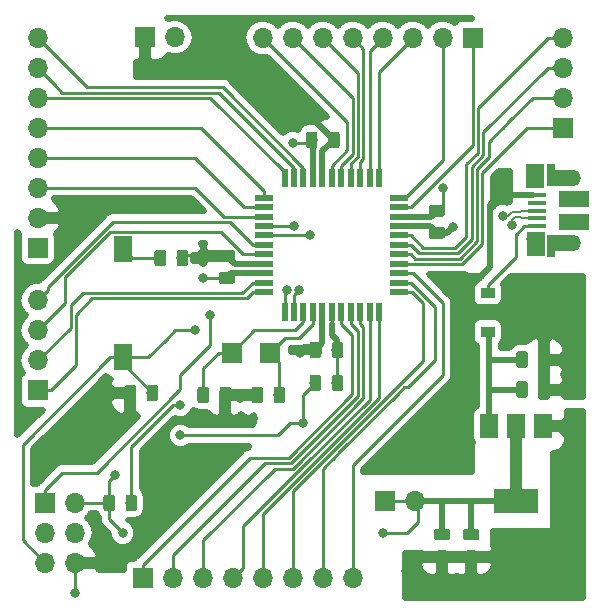
<source format=gbr>
%TF.GenerationSoftware,KiCad,Pcbnew,5.0.0+dfsg1-2*%
%TF.CreationDate,2018-11-13T23:51:22+01:00*%
%TF.ProjectId,xmegatest,786D656761746573742E6B696361645F,rev?*%
%TF.SameCoordinates,Original*%
%TF.FileFunction,Copper,L1,Top,Signal*%
%TF.FilePolarity,Positive*%
%FSLAX46Y46*%
G04 Gerber Fmt 4.6, Leading zero omitted, Abs format (unit mm)*
G04 Created by KiCad (PCBNEW 5.0.0+dfsg1-2) date Tue Nov 13 23:51:22 2018*
%MOMM*%
%LPD*%
G01*
G04 APERTURE LIST*
%ADD10O,1.700000X1.700000*%
%ADD11R,1.700000X1.700000*%
%ADD12R,1.600000X2.180000*%
%ADD13R,2.000000X1.350000*%
%ADD14R,0.700000X1.825000*%
%ADD15R,1.500000X2.000000*%
%ADD16R,1.650000X0.400000*%
%ADD17O,1.500000X1.100000*%
%ADD18O,1.700000X1.350000*%
%ADD19R,2.500000X1.430000*%
%ADD20R,1.500000X0.550000*%
%ADD21R,0.550000X1.500000*%
%ADD22C,0.100000*%
%ADD23C,0.975000*%
%ADD24R,1.750000X1.800000*%
%ADD25R,1.200000X0.900000*%
%ADD26R,3.800000X2.000000*%
%ADD27C,0.800000*%
%ADD28C,0.500000*%
%ADD29C,0.250000*%
%ADD30C,1.000000*%
%ADD31C,0.200000*%
%ADD32C,0.508000*%
G04 APERTURE END LIST*
D10*
X238968095Y-168710846D03*
D11*
X236428095Y-168710846D03*
D10*
X218648095Y-129501000D03*
D11*
X216108095Y-129501000D03*
D12*
X214203095Y-156570000D03*
X214203095Y-147390000D03*
D13*
X251218095Y-141420000D03*
X251218095Y-146900000D03*
D14*
X250468095Y-147120000D03*
X250468095Y-141170000D03*
D15*
X249168095Y-147020000D03*
X249148095Y-141270000D03*
D16*
X249268095Y-145470000D03*
X249268095Y-144820000D03*
X249268095Y-144170000D03*
X249268095Y-143520000D03*
X249268095Y-142870000D03*
D17*
X249148095Y-146590000D03*
X249148095Y-141750000D03*
D18*
X252148095Y-146900000D03*
X252148095Y-141440000D03*
D19*
X252418095Y-145130000D03*
X252418095Y-143210000D03*
D20*
X237602000Y-151066000D03*
X237602000Y-150266000D03*
X237602000Y-149466000D03*
X237602000Y-148666000D03*
X237602000Y-147866000D03*
X237602000Y-147066000D03*
X237602000Y-146266000D03*
X237602000Y-145466000D03*
X237602000Y-144666000D03*
X237602000Y-143866000D03*
X237602000Y-143066000D03*
D21*
X235902000Y-141366000D03*
X235102000Y-141366000D03*
X234302000Y-141366000D03*
X233502000Y-141366000D03*
X232702000Y-141366000D03*
X231902000Y-141366000D03*
X231102000Y-141366000D03*
X230302000Y-141366000D03*
X229502000Y-141366000D03*
X228702000Y-141366000D03*
X227902000Y-141366000D03*
D20*
X226202000Y-143066000D03*
X226202000Y-143866000D03*
X226202000Y-144666000D03*
X226202000Y-145466000D03*
X226202000Y-146266000D03*
X226202000Y-147066000D03*
X226202000Y-147866000D03*
X226202000Y-148666000D03*
X226202000Y-149466000D03*
X226202000Y-150266000D03*
X226202000Y-151066000D03*
D21*
X227902000Y-152766000D03*
X228702000Y-152766000D03*
X229502000Y-152766000D03*
X230302000Y-152766000D03*
X231102000Y-152766000D03*
X231902000Y-152766000D03*
X232702000Y-152766000D03*
X233502000Y-152766000D03*
X234302000Y-152766000D03*
X235102000Y-152766000D03*
X235902000Y-152766000D03*
D11*
X207010000Y-159385000D03*
D10*
X207010000Y-156845000D03*
X207010000Y-154305000D03*
X207010000Y-151765000D03*
X207010000Y-129540000D03*
X207010000Y-132080000D03*
X207010000Y-134620000D03*
X207010000Y-137160000D03*
X207010000Y-139700000D03*
X207010000Y-142240000D03*
X207010000Y-144780000D03*
D11*
X207010000Y-147320000D03*
D22*
G36*
X241714214Y-171097020D02*
X241737875Y-171100530D01*
X241761079Y-171106342D01*
X241783601Y-171114400D01*
X241805225Y-171124628D01*
X241825742Y-171136925D01*
X241844955Y-171151175D01*
X241862679Y-171167239D01*
X241878743Y-171184963D01*
X241892993Y-171204176D01*
X241905290Y-171224693D01*
X241915518Y-171246317D01*
X241923576Y-171268839D01*
X241929388Y-171292043D01*
X241932898Y-171315704D01*
X241934072Y-171339596D01*
X241934072Y-171827096D01*
X241932898Y-171850988D01*
X241929388Y-171874649D01*
X241923576Y-171897853D01*
X241915518Y-171920375D01*
X241905290Y-171941999D01*
X241892993Y-171962516D01*
X241878743Y-171981729D01*
X241862679Y-171999453D01*
X241844955Y-172015517D01*
X241825742Y-172029767D01*
X241805225Y-172042064D01*
X241783601Y-172052292D01*
X241761079Y-172060350D01*
X241737875Y-172066162D01*
X241714214Y-172069672D01*
X241690322Y-172070846D01*
X240777822Y-172070846D01*
X240753930Y-172069672D01*
X240730269Y-172066162D01*
X240707065Y-172060350D01*
X240684543Y-172052292D01*
X240662919Y-172042064D01*
X240642402Y-172029767D01*
X240623189Y-172015517D01*
X240605465Y-171999453D01*
X240589401Y-171981729D01*
X240575151Y-171962516D01*
X240562854Y-171941999D01*
X240552626Y-171920375D01*
X240544568Y-171897853D01*
X240538756Y-171874649D01*
X240535246Y-171850988D01*
X240534072Y-171827096D01*
X240534072Y-171339596D01*
X240535246Y-171315704D01*
X240538756Y-171292043D01*
X240544568Y-171268839D01*
X240552626Y-171246317D01*
X240562854Y-171224693D01*
X240575151Y-171204176D01*
X240589401Y-171184963D01*
X240605465Y-171167239D01*
X240623189Y-171151175D01*
X240642402Y-171136925D01*
X240662919Y-171124628D01*
X240684543Y-171114400D01*
X240707065Y-171106342D01*
X240730269Y-171100530D01*
X240753930Y-171097020D01*
X240777822Y-171095846D01*
X241690322Y-171095846D01*
X241714214Y-171097020D01*
X241714214Y-171097020D01*
G37*
D23*
X241234072Y-171583346D03*
D22*
G36*
X241714214Y-172972020D02*
X241737875Y-172975530D01*
X241761079Y-172981342D01*
X241783601Y-172989400D01*
X241805225Y-172999628D01*
X241825742Y-173011925D01*
X241844955Y-173026175D01*
X241862679Y-173042239D01*
X241878743Y-173059963D01*
X241892993Y-173079176D01*
X241905290Y-173099693D01*
X241915518Y-173121317D01*
X241923576Y-173143839D01*
X241929388Y-173167043D01*
X241932898Y-173190704D01*
X241934072Y-173214596D01*
X241934072Y-173702096D01*
X241932898Y-173725988D01*
X241929388Y-173749649D01*
X241923576Y-173772853D01*
X241915518Y-173795375D01*
X241905290Y-173816999D01*
X241892993Y-173837516D01*
X241878743Y-173856729D01*
X241862679Y-173874453D01*
X241844955Y-173890517D01*
X241825742Y-173904767D01*
X241805225Y-173917064D01*
X241783601Y-173927292D01*
X241761079Y-173935350D01*
X241737875Y-173941162D01*
X241714214Y-173944672D01*
X241690322Y-173945846D01*
X240777822Y-173945846D01*
X240753930Y-173944672D01*
X240730269Y-173941162D01*
X240707065Y-173935350D01*
X240684543Y-173927292D01*
X240662919Y-173917064D01*
X240642402Y-173904767D01*
X240623189Y-173890517D01*
X240605465Y-173874453D01*
X240589401Y-173856729D01*
X240575151Y-173837516D01*
X240562854Y-173816999D01*
X240552626Y-173795375D01*
X240544568Y-173772853D01*
X240538756Y-173749649D01*
X240535246Y-173725988D01*
X240534072Y-173702096D01*
X240534072Y-173214596D01*
X240535246Y-173190704D01*
X240538756Y-173167043D01*
X240544568Y-173143839D01*
X240552626Y-173121317D01*
X240562854Y-173099693D01*
X240575151Y-173079176D01*
X240589401Y-173059963D01*
X240605465Y-173042239D01*
X240623189Y-173026175D01*
X240642402Y-173011925D01*
X240662919Y-172999628D01*
X240684543Y-172989400D01*
X240707065Y-172981342D01*
X240730269Y-172975530D01*
X240753930Y-172972020D01*
X240777822Y-172970846D01*
X241690322Y-172970846D01*
X241714214Y-172972020D01*
X241714214Y-172972020D01*
G37*
D23*
X241234072Y-173458346D03*
D22*
G36*
X223492142Y-147498674D02*
X223515803Y-147502184D01*
X223539007Y-147507996D01*
X223561529Y-147516054D01*
X223583153Y-147526282D01*
X223603670Y-147538579D01*
X223622883Y-147552829D01*
X223640607Y-147568893D01*
X223656671Y-147586617D01*
X223670921Y-147605830D01*
X223683218Y-147626347D01*
X223693446Y-147647971D01*
X223701504Y-147670493D01*
X223707316Y-147693697D01*
X223710826Y-147717358D01*
X223712000Y-147741250D01*
X223712000Y-148228750D01*
X223710826Y-148252642D01*
X223707316Y-148276303D01*
X223701504Y-148299507D01*
X223693446Y-148322029D01*
X223683218Y-148343653D01*
X223670921Y-148364170D01*
X223656671Y-148383383D01*
X223640607Y-148401107D01*
X223622883Y-148417171D01*
X223603670Y-148431421D01*
X223583153Y-148443718D01*
X223561529Y-148453946D01*
X223539007Y-148462004D01*
X223515803Y-148467816D01*
X223492142Y-148471326D01*
X223468250Y-148472500D01*
X222555750Y-148472500D01*
X222531858Y-148471326D01*
X222508197Y-148467816D01*
X222484993Y-148462004D01*
X222462471Y-148453946D01*
X222440847Y-148443718D01*
X222420330Y-148431421D01*
X222401117Y-148417171D01*
X222383393Y-148401107D01*
X222367329Y-148383383D01*
X222353079Y-148364170D01*
X222340782Y-148343653D01*
X222330554Y-148322029D01*
X222322496Y-148299507D01*
X222316684Y-148276303D01*
X222313174Y-148252642D01*
X222312000Y-148228750D01*
X222312000Y-147741250D01*
X222313174Y-147717358D01*
X222316684Y-147693697D01*
X222322496Y-147670493D01*
X222330554Y-147647971D01*
X222340782Y-147626347D01*
X222353079Y-147605830D01*
X222367329Y-147586617D01*
X222383393Y-147568893D01*
X222401117Y-147552829D01*
X222420330Y-147538579D01*
X222440847Y-147526282D01*
X222462471Y-147516054D01*
X222484993Y-147507996D01*
X222508197Y-147502184D01*
X222531858Y-147498674D01*
X222555750Y-147497500D01*
X223468250Y-147497500D01*
X223492142Y-147498674D01*
X223492142Y-147498674D01*
G37*
D23*
X223012000Y-147985000D03*
D22*
G36*
X223492142Y-149373674D02*
X223515803Y-149377184D01*
X223539007Y-149382996D01*
X223561529Y-149391054D01*
X223583153Y-149401282D01*
X223603670Y-149413579D01*
X223622883Y-149427829D01*
X223640607Y-149443893D01*
X223656671Y-149461617D01*
X223670921Y-149480830D01*
X223683218Y-149501347D01*
X223693446Y-149522971D01*
X223701504Y-149545493D01*
X223707316Y-149568697D01*
X223710826Y-149592358D01*
X223712000Y-149616250D01*
X223712000Y-150103750D01*
X223710826Y-150127642D01*
X223707316Y-150151303D01*
X223701504Y-150174507D01*
X223693446Y-150197029D01*
X223683218Y-150218653D01*
X223670921Y-150239170D01*
X223656671Y-150258383D01*
X223640607Y-150276107D01*
X223622883Y-150292171D01*
X223603670Y-150306421D01*
X223583153Y-150318718D01*
X223561529Y-150328946D01*
X223539007Y-150337004D01*
X223515803Y-150342816D01*
X223492142Y-150346326D01*
X223468250Y-150347500D01*
X222555750Y-150347500D01*
X222531858Y-150346326D01*
X222508197Y-150342816D01*
X222484993Y-150337004D01*
X222462471Y-150328946D01*
X222440847Y-150318718D01*
X222420330Y-150306421D01*
X222401117Y-150292171D01*
X222383393Y-150276107D01*
X222367329Y-150258383D01*
X222353079Y-150239170D01*
X222340782Y-150218653D01*
X222330554Y-150197029D01*
X222322496Y-150174507D01*
X222316684Y-150151303D01*
X222313174Y-150127642D01*
X222312000Y-150103750D01*
X222312000Y-149616250D01*
X222313174Y-149592358D01*
X222316684Y-149568697D01*
X222322496Y-149545493D01*
X222330554Y-149522971D01*
X222340782Y-149501347D01*
X222353079Y-149480830D01*
X222367329Y-149461617D01*
X222383393Y-149443893D01*
X222401117Y-149427829D01*
X222420330Y-149413579D01*
X222440847Y-149401282D01*
X222462471Y-149391054D01*
X222484993Y-149382996D01*
X222508197Y-149377184D01*
X222531858Y-149373674D01*
X222555750Y-149372500D01*
X223468250Y-149372500D01*
X223492142Y-149373674D01*
X223492142Y-149373674D01*
G37*
D23*
X223012000Y-149860000D03*
D22*
G36*
X250155804Y-158611597D02*
X250179465Y-158615107D01*
X250202669Y-158620919D01*
X250225191Y-158628977D01*
X250246815Y-158639205D01*
X250267332Y-158651502D01*
X250286545Y-158665752D01*
X250304269Y-158681816D01*
X250320333Y-158699540D01*
X250334583Y-158718753D01*
X250346880Y-158739270D01*
X250357108Y-158760894D01*
X250365166Y-158783416D01*
X250370978Y-158806620D01*
X250374488Y-158830281D01*
X250375662Y-158854173D01*
X250375662Y-159766673D01*
X250374488Y-159790565D01*
X250370978Y-159814226D01*
X250365166Y-159837430D01*
X250357108Y-159859952D01*
X250346880Y-159881576D01*
X250334583Y-159902093D01*
X250320333Y-159921306D01*
X250304269Y-159939030D01*
X250286545Y-159955094D01*
X250267332Y-159969344D01*
X250246815Y-159981641D01*
X250225191Y-159991869D01*
X250202669Y-159999927D01*
X250179465Y-160005739D01*
X250155804Y-160009249D01*
X250131912Y-160010423D01*
X249644412Y-160010423D01*
X249620520Y-160009249D01*
X249596859Y-160005739D01*
X249573655Y-159999927D01*
X249551133Y-159991869D01*
X249529509Y-159981641D01*
X249508992Y-159969344D01*
X249489779Y-159955094D01*
X249472055Y-159939030D01*
X249455991Y-159921306D01*
X249441741Y-159902093D01*
X249429444Y-159881576D01*
X249419216Y-159859952D01*
X249411158Y-159837430D01*
X249405346Y-159814226D01*
X249401836Y-159790565D01*
X249400662Y-159766673D01*
X249400662Y-158854173D01*
X249401836Y-158830281D01*
X249405346Y-158806620D01*
X249411158Y-158783416D01*
X249419216Y-158760894D01*
X249429444Y-158739270D01*
X249441741Y-158718753D01*
X249455991Y-158699540D01*
X249472055Y-158681816D01*
X249489779Y-158665752D01*
X249508992Y-158651502D01*
X249529509Y-158639205D01*
X249551133Y-158628977D01*
X249573655Y-158620919D01*
X249596859Y-158615107D01*
X249620520Y-158611597D01*
X249644412Y-158610423D01*
X250131912Y-158610423D01*
X250155804Y-158611597D01*
X250155804Y-158611597D01*
G37*
D23*
X249888162Y-159310423D03*
D22*
G36*
X248280804Y-158611597D02*
X248304465Y-158615107D01*
X248327669Y-158620919D01*
X248350191Y-158628977D01*
X248371815Y-158639205D01*
X248392332Y-158651502D01*
X248411545Y-158665752D01*
X248429269Y-158681816D01*
X248445333Y-158699540D01*
X248459583Y-158718753D01*
X248471880Y-158739270D01*
X248482108Y-158760894D01*
X248490166Y-158783416D01*
X248495978Y-158806620D01*
X248499488Y-158830281D01*
X248500662Y-158854173D01*
X248500662Y-159766673D01*
X248499488Y-159790565D01*
X248495978Y-159814226D01*
X248490166Y-159837430D01*
X248482108Y-159859952D01*
X248471880Y-159881576D01*
X248459583Y-159902093D01*
X248445333Y-159921306D01*
X248429269Y-159939030D01*
X248411545Y-159955094D01*
X248392332Y-159969344D01*
X248371815Y-159981641D01*
X248350191Y-159991869D01*
X248327669Y-159999927D01*
X248304465Y-160005739D01*
X248280804Y-160009249D01*
X248256912Y-160010423D01*
X247769412Y-160010423D01*
X247745520Y-160009249D01*
X247721859Y-160005739D01*
X247698655Y-159999927D01*
X247676133Y-159991869D01*
X247654509Y-159981641D01*
X247633992Y-159969344D01*
X247614779Y-159955094D01*
X247597055Y-159939030D01*
X247580991Y-159921306D01*
X247566741Y-159902093D01*
X247554444Y-159881576D01*
X247544216Y-159859952D01*
X247536158Y-159837430D01*
X247530346Y-159814226D01*
X247526836Y-159790565D01*
X247525662Y-159766673D01*
X247525662Y-158854173D01*
X247526836Y-158830281D01*
X247530346Y-158806620D01*
X247536158Y-158783416D01*
X247544216Y-158760894D01*
X247554444Y-158739270D01*
X247566741Y-158718753D01*
X247580991Y-158699540D01*
X247597055Y-158681816D01*
X247614779Y-158665752D01*
X247633992Y-158651502D01*
X247654509Y-158639205D01*
X247676133Y-158628977D01*
X247698655Y-158620919D01*
X247721859Y-158615107D01*
X247745520Y-158611597D01*
X247769412Y-158610423D01*
X248256912Y-158610423D01*
X248280804Y-158611597D01*
X248280804Y-158611597D01*
G37*
D23*
X248013162Y-159310423D03*
D22*
G36*
X221277642Y-159067174D02*
X221301303Y-159070684D01*
X221324507Y-159076496D01*
X221347029Y-159084554D01*
X221368653Y-159094782D01*
X221389170Y-159107079D01*
X221408383Y-159121329D01*
X221426107Y-159137393D01*
X221442171Y-159155117D01*
X221456421Y-159174330D01*
X221468718Y-159194847D01*
X221478946Y-159216471D01*
X221487004Y-159238993D01*
X221492816Y-159262197D01*
X221496326Y-159285858D01*
X221497500Y-159309750D01*
X221497500Y-160222250D01*
X221496326Y-160246142D01*
X221492816Y-160269803D01*
X221487004Y-160293007D01*
X221478946Y-160315529D01*
X221468718Y-160337153D01*
X221456421Y-160357670D01*
X221442171Y-160376883D01*
X221426107Y-160394607D01*
X221408383Y-160410671D01*
X221389170Y-160424921D01*
X221368653Y-160437218D01*
X221347029Y-160447446D01*
X221324507Y-160455504D01*
X221301303Y-160461316D01*
X221277642Y-160464826D01*
X221253750Y-160466000D01*
X220766250Y-160466000D01*
X220742358Y-160464826D01*
X220718697Y-160461316D01*
X220695493Y-160455504D01*
X220672971Y-160447446D01*
X220651347Y-160437218D01*
X220630830Y-160424921D01*
X220611617Y-160410671D01*
X220593893Y-160394607D01*
X220577829Y-160376883D01*
X220563579Y-160357670D01*
X220551282Y-160337153D01*
X220541054Y-160315529D01*
X220532996Y-160293007D01*
X220527184Y-160269803D01*
X220523674Y-160246142D01*
X220522500Y-160222250D01*
X220522500Y-159309750D01*
X220523674Y-159285858D01*
X220527184Y-159262197D01*
X220532996Y-159238993D01*
X220541054Y-159216471D01*
X220551282Y-159194847D01*
X220563579Y-159174330D01*
X220577829Y-159155117D01*
X220593893Y-159137393D01*
X220611617Y-159121329D01*
X220630830Y-159107079D01*
X220651347Y-159094782D01*
X220672971Y-159084554D01*
X220695493Y-159076496D01*
X220718697Y-159070684D01*
X220742358Y-159067174D01*
X220766250Y-159066000D01*
X221253750Y-159066000D01*
X221277642Y-159067174D01*
X221277642Y-159067174D01*
G37*
D23*
X221010000Y-159766000D03*
D22*
G36*
X223152642Y-159067174D02*
X223176303Y-159070684D01*
X223199507Y-159076496D01*
X223222029Y-159084554D01*
X223243653Y-159094782D01*
X223264170Y-159107079D01*
X223283383Y-159121329D01*
X223301107Y-159137393D01*
X223317171Y-159155117D01*
X223331421Y-159174330D01*
X223343718Y-159194847D01*
X223353946Y-159216471D01*
X223362004Y-159238993D01*
X223367816Y-159262197D01*
X223371326Y-159285858D01*
X223372500Y-159309750D01*
X223372500Y-160222250D01*
X223371326Y-160246142D01*
X223367816Y-160269803D01*
X223362004Y-160293007D01*
X223353946Y-160315529D01*
X223343718Y-160337153D01*
X223331421Y-160357670D01*
X223317171Y-160376883D01*
X223301107Y-160394607D01*
X223283383Y-160410671D01*
X223264170Y-160424921D01*
X223243653Y-160437218D01*
X223222029Y-160447446D01*
X223199507Y-160455504D01*
X223176303Y-160461316D01*
X223152642Y-160464826D01*
X223128750Y-160466000D01*
X222641250Y-160466000D01*
X222617358Y-160464826D01*
X222593697Y-160461316D01*
X222570493Y-160455504D01*
X222547971Y-160447446D01*
X222526347Y-160437218D01*
X222505830Y-160424921D01*
X222486617Y-160410671D01*
X222468893Y-160394607D01*
X222452829Y-160376883D01*
X222438579Y-160357670D01*
X222426282Y-160337153D01*
X222416054Y-160315529D01*
X222407996Y-160293007D01*
X222402184Y-160269803D01*
X222398674Y-160246142D01*
X222397500Y-160222250D01*
X222397500Y-159309750D01*
X222398674Y-159285858D01*
X222402184Y-159262197D01*
X222407996Y-159238993D01*
X222416054Y-159216471D01*
X222426282Y-159194847D01*
X222438579Y-159174330D01*
X222452829Y-159155117D01*
X222468893Y-159137393D01*
X222486617Y-159121329D01*
X222505830Y-159107079D01*
X222526347Y-159094782D01*
X222547971Y-159084554D01*
X222570493Y-159076496D01*
X222593697Y-159070684D01*
X222617358Y-159067174D01*
X222641250Y-159066000D01*
X223128750Y-159066000D01*
X223152642Y-159067174D01*
X223152642Y-159067174D01*
G37*
D23*
X222885000Y-159766000D03*
D22*
G36*
X232345142Y-137477174D02*
X232368803Y-137480684D01*
X232392007Y-137486496D01*
X232414529Y-137494554D01*
X232436153Y-137504782D01*
X232456670Y-137517079D01*
X232475883Y-137531329D01*
X232493607Y-137547393D01*
X232509671Y-137565117D01*
X232523921Y-137584330D01*
X232536218Y-137604847D01*
X232546446Y-137626471D01*
X232554504Y-137648993D01*
X232560316Y-137672197D01*
X232563826Y-137695858D01*
X232565000Y-137719750D01*
X232565000Y-138632250D01*
X232563826Y-138656142D01*
X232560316Y-138679803D01*
X232554504Y-138703007D01*
X232546446Y-138725529D01*
X232536218Y-138747153D01*
X232523921Y-138767670D01*
X232509671Y-138786883D01*
X232493607Y-138804607D01*
X232475883Y-138820671D01*
X232456670Y-138834921D01*
X232436153Y-138847218D01*
X232414529Y-138857446D01*
X232392007Y-138865504D01*
X232368803Y-138871316D01*
X232345142Y-138874826D01*
X232321250Y-138876000D01*
X231833750Y-138876000D01*
X231809858Y-138874826D01*
X231786197Y-138871316D01*
X231762993Y-138865504D01*
X231740471Y-138857446D01*
X231718847Y-138847218D01*
X231698330Y-138834921D01*
X231679117Y-138820671D01*
X231661393Y-138804607D01*
X231645329Y-138786883D01*
X231631079Y-138767670D01*
X231618782Y-138747153D01*
X231608554Y-138725529D01*
X231600496Y-138703007D01*
X231594684Y-138679803D01*
X231591174Y-138656142D01*
X231590000Y-138632250D01*
X231590000Y-137719750D01*
X231591174Y-137695858D01*
X231594684Y-137672197D01*
X231600496Y-137648993D01*
X231608554Y-137626471D01*
X231618782Y-137604847D01*
X231631079Y-137584330D01*
X231645329Y-137565117D01*
X231661393Y-137547393D01*
X231679117Y-137531329D01*
X231698330Y-137517079D01*
X231718847Y-137504782D01*
X231740471Y-137494554D01*
X231762993Y-137486496D01*
X231786197Y-137480684D01*
X231809858Y-137477174D01*
X231833750Y-137476000D01*
X232321250Y-137476000D01*
X232345142Y-137477174D01*
X232345142Y-137477174D01*
G37*
D23*
X232077500Y-138176000D03*
D22*
G36*
X230470142Y-137477174D02*
X230493803Y-137480684D01*
X230517007Y-137486496D01*
X230539529Y-137494554D01*
X230561153Y-137504782D01*
X230581670Y-137517079D01*
X230600883Y-137531329D01*
X230618607Y-137547393D01*
X230634671Y-137565117D01*
X230648921Y-137584330D01*
X230661218Y-137604847D01*
X230671446Y-137626471D01*
X230679504Y-137648993D01*
X230685316Y-137672197D01*
X230688826Y-137695858D01*
X230690000Y-137719750D01*
X230690000Y-138632250D01*
X230688826Y-138656142D01*
X230685316Y-138679803D01*
X230679504Y-138703007D01*
X230671446Y-138725529D01*
X230661218Y-138747153D01*
X230648921Y-138767670D01*
X230634671Y-138786883D01*
X230618607Y-138804607D01*
X230600883Y-138820671D01*
X230581670Y-138834921D01*
X230561153Y-138847218D01*
X230539529Y-138857446D01*
X230517007Y-138865504D01*
X230493803Y-138871316D01*
X230470142Y-138874826D01*
X230446250Y-138876000D01*
X229958750Y-138876000D01*
X229934858Y-138874826D01*
X229911197Y-138871316D01*
X229887993Y-138865504D01*
X229865471Y-138857446D01*
X229843847Y-138847218D01*
X229823330Y-138834921D01*
X229804117Y-138820671D01*
X229786393Y-138804607D01*
X229770329Y-138786883D01*
X229756079Y-138767670D01*
X229743782Y-138747153D01*
X229733554Y-138725529D01*
X229725496Y-138703007D01*
X229719684Y-138679803D01*
X229716174Y-138656142D01*
X229715000Y-138632250D01*
X229715000Y-137719750D01*
X229716174Y-137695858D01*
X229719684Y-137672197D01*
X229725496Y-137648993D01*
X229733554Y-137626471D01*
X229743782Y-137604847D01*
X229756079Y-137584330D01*
X229770329Y-137565117D01*
X229786393Y-137547393D01*
X229804117Y-137531329D01*
X229823330Y-137517079D01*
X229843847Y-137504782D01*
X229865471Y-137494554D01*
X229887993Y-137486496D01*
X229911197Y-137480684D01*
X229934858Y-137477174D01*
X229958750Y-137476000D01*
X230446250Y-137476000D01*
X230470142Y-137477174D01*
X230470142Y-137477174D01*
G37*
D23*
X230202500Y-138176000D03*
D22*
G36*
X241272142Y-143688674D02*
X241295803Y-143692184D01*
X241319007Y-143697996D01*
X241341529Y-143706054D01*
X241363153Y-143716282D01*
X241383670Y-143728579D01*
X241402883Y-143742829D01*
X241420607Y-143758893D01*
X241436671Y-143776617D01*
X241450921Y-143795830D01*
X241463218Y-143816347D01*
X241473446Y-143837971D01*
X241481504Y-143860493D01*
X241487316Y-143883697D01*
X241490826Y-143907358D01*
X241492000Y-143931250D01*
X241492000Y-144418750D01*
X241490826Y-144442642D01*
X241487316Y-144466303D01*
X241481504Y-144489507D01*
X241473446Y-144512029D01*
X241463218Y-144533653D01*
X241450921Y-144554170D01*
X241436671Y-144573383D01*
X241420607Y-144591107D01*
X241402883Y-144607171D01*
X241383670Y-144621421D01*
X241363153Y-144633718D01*
X241341529Y-144643946D01*
X241319007Y-144652004D01*
X241295803Y-144657816D01*
X241272142Y-144661326D01*
X241248250Y-144662500D01*
X240335750Y-144662500D01*
X240311858Y-144661326D01*
X240288197Y-144657816D01*
X240264993Y-144652004D01*
X240242471Y-144643946D01*
X240220847Y-144633718D01*
X240200330Y-144621421D01*
X240181117Y-144607171D01*
X240163393Y-144591107D01*
X240147329Y-144573383D01*
X240133079Y-144554170D01*
X240120782Y-144533653D01*
X240110554Y-144512029D01*
X240102496Y-144489507D01*
X240096684Y-144466303D01*
X240093174Y-144442642D01*
X240092000Y-144418750D01*
X240092000Y-143931250D01*
X240093174Y-143907358D01*
X240096684Y-143883697D01*
X240102496Y-143860493D01*
X240110554Y-143837971D01*
X240120782Y-143816347D01*
X240133079Y-143795830D01*
X240147329Y-143776617D01*
X240163393Y-143758893D01*
X240181117Y-143742829D01*
X240200330Y-143728579D01*
X240220847Y-143716282D01*
X240242471Y-143706054D01*
X240264993Y-143697996D01*
X240288197Y-143692184D01*
X240311858Y-143688674D01*
X240335750Y-143687500D01*
X241248250Y-143687500D01*
X241272142Y-143688674D01*
X241272142Y-143688674D01*
G37*
D23*
X240792000Y-144175000D03*
D22*
G36*
X241272142Y-145563674D02*
X241295803Y-145567184D01*
X241319007Y-145572996D01*
X241341529Y-145581054D01*
X241363153Y-145591282D01*
X241383670Y-145603579D01*
X241402883Y-145617829D01*
X241420607Y-145633893D01*
X241436671Y-145651617D01*
X241450921Y-145670830D01*
X241463218Y-145691347D01*
X241473446Y-145712971D01*
X241481504Y-145735493D01*
X241487316Y-145758697D01*
X241490826Y-145782358D01*
X241492000Y-145806250D01*
X241492000Y-146293750D01*
X241490826Y-146317642D01*
X241487316Y-146341303D01*
X241481504Y-146364507D01*
X241473446Y-146387029D01*
X241463218Y-146408653D01*
X241450921Y-146429170D01*
X241436671Y-146448383D01*
X241420607Y-146466107D01*
X241402883Y-146482171D01*
X241383670Y-146496421D01*
X241363153Y-146508718D01*
X241341529Y-146518946D01*
X241319007Y-146527004D01*
X241295803Y-146532816D01*
X241272142Y-146536326D01*
X241248250Y-146537500D01*
X240335750Y-146537500D01*
X240311858Y-146536326D01*
X240288197Y-146532816D01*
X240264993Y-146527004D01*
X240242471Y-146518946D01*
X240220847Y-146508718D01*
X240200330Y-146496421D01*
X240181117Y-146482171D01*
X240163393Y-146466107D01*
X240147329Y-146448383D01*
X240133079Y-146429170D01*
X240120782Y-146408653D01*
X240110554Y-146387029D01*
X240102496Y-146364507D01*
X240096684Y-146341303D01*
X240093174Y-146317642D01*
X240092000Y-146293750D01*
X240092000Y-145806250D01*
X240093174Y-145782358D01*
X240096684Y-145758697D01*
X240102496Y-145735493D01*
X240110554Y-145712971D01*
X240120782Y-145691347D01*
X240133079Y-145670830D01*
X240147329Y-145651617D01*
X240163393Y-145633893D01*
X240181117Y-145617829D01*
X240200330Y-145603579D01*
X240220847Y-145591282D01*
X240242471Y-145581054D01*
X240264993Y-145572996D01*
X240288197Y-145567184D01*
X240311858Y-145563674D01*
X240335750Y-145562500D01*
X241248250Y-145562500D01*
X241272142Y-145563674D01*
X241272142Y-145563674D01*
G37*
D23*
X240792000Y-146050000D03*
D22*
G36*
X230772642Y-155257174D02*
X230796303Y-155260684D01*
X230819507Y-155266496D01*
X230842029Y-155274554D01*
X230863653Y-155284782D01*
X230884170Y-155297079D01*
X230903383Y-155311329D01*
X230921107Y-155327393D01*
X230937171Y-155345117D01*
X230951421Y-155364330D01*
X230963718Y-155384847D01*
X230973946Y-155406471D01*
X230982004Y-155428993D01*
X230987816Y-155452197D01*
X230991326Y-155475858D01*
X230992500Y-155499750D01*
X230992500Y-156412250D01*
X230991326Y-156436142D01*
X230987816Y-156459803D01*
X230982004Y-156483007D01*
X230973946Y-156505529D01*
X230963718Y-156527153D01*
X230951421Y-156547670D01*
X230937171Y-156566883D01*
X230921107Y-156584607D01*
X230903383Y-156600671D01*
X230884170Y-156614921D01*
X230863653Y-156627218D01*
X230842029Y-156637446D01*
X230819507Y-156645504D01*
X230796303Y-156651316D01*
X230772642Y-156654826D01*
X230748750Y-156656000D01*
X230261250Y-156656000D01*
X230237358Y-156654826D01*
X230213697Y-156651316D01*
X230190493Y-156645504D01*
X230167971Y-156637446D01*
X230146347Y-156627218D01*
X230125830Y-156614921D01*
X230106617Y-156600671D01*
X230088893Y-156584607D01*
X230072829Y-156566883D01*
X230058579Y-156547670D01*
X230046282Y-156527153D01*
X230036054Y-156505529D01*
X230027996Y-156483007D01*
X230022184Y-156459803D01*
X230018674Y-156436142D01*
X230017500Y-156412250D01*
X230017500Y-155499750D01*
X230018674Y-155475858D01*
X230022184Y-155452197D01*
X230027996Y-155428993D01*
X230036054Y-155406471D01*
X230046282Y-155384847D01*
X230058579Y-155364330D01*
X230072829Y-155345117D01*
X230088893Y-155327393D01*
X230106617Y-155311329D01*
X230125830Y-155297079D01*
X230146347Y-155284782D01*
X230167971Y-155274554D01*
X230190493Y-155266496D01*
X230213697Y-155260684D01*
X230237358Y-155257174D01*
X230261250Y-155256000D01*
X230748750Y-155256000D01*
X230772642Y-155257174D01*
X230772642Y-155257174D01*
G37*
D23*
X230505000Y-155956000D03*
D22*
G36*
X232647642Y-155257174D02*
X232671303Y-155260684D01*
X232694507Y-155266496D01*
X232717029Y-155274554D01*
X232738653Y-155284782D01*
X232759170Y-155297079D01*
X232778383Y-155311329D01*
X232796107Y-155327393D01*
X232812171Y-155345117D01*
X232826421Y-155364330D01*
X232838718Y-155384847D01*
X232848946Y-155406471D01*
X232857004Y-155428993D01*
X232862816Y-155452197D01*
X232866326Y-155475858D01*
X232867500Y-155499750D01*
X232867500Y-156412250D01*
X232866326Y-156436142D01*
X232862816Y-156459803D01*
X232857004Y-156483007D01*
X232848946Y-156505529D01*
X232838718Y-156527153D01*
X232826421Y-156547670D01*
X232812171Y-156566883D01*
X232796107Y-156584607D01*
X232778383Y-156600671D01*
X232759170Y-156614921D01*
X232738653Y-156627218D01*
X232717029Y-156637446D01*
X232694507Y-156645504D01*
X232671303Y-156651316D01*
X232647642Y-156654826D01*
X232623750Y-156656000D01*
X232136250Y-156656000D01*
X232112358Y-156654826D01*
X232088697Y-156651316D01*
X232065493Y-156645504D01*
X232042971Y-156637446D01*
X232021347Y-156627218D01*
X232000830Y-156614921D01*
X231981617Y-156600671D01*
X231963893Y-156584607D01*
X231947829Y-156566883D01*
X231933579Y-156547670D01*
X231921282Y-156527153D01*
X231911054Y-156505529D01*
X231902996Y-156483007D01*
X231897184Y-156459803D01*
X231893674Y-156436142D01*
X231892500Y-156412250D01*
X231892500Y-155499750D01*
X231893674Y-155475858D01*
X231897184Y-155452197D01*
X231902996Y-155428993D01*
X231911054Y-155406471D01*
X231921282Y-155384847D01*
X231933579Y-155364330D01*
X231947829Y-155345117D01*
X231963893Y-155327393D01*
X231981617Y-155311329D01*
X232000830Y-155297079D01*
X232021347Y-155284782D01*
X232042971Y-155274554D01*
X232065493Y-155266496D01*
X232088697Y-155260684D01*
X232112358Y-155257174D01*
X232136250Y-155256000D01*
X232623750Y-155256000D01*
X232647642Y-155257174D01*
X232647642Y-155257174D01*
G37*
D23*
X232380000Y-155956000D03*
D22*
G36*
X215105737Y-158901174D02*
X215129398Y-158904684D01*
X215152602Y-158910496D01*
X215175124Y-158918554D01*
X215196748Y-158928782D01*
X215217265Y-158941079D01*
X215236478Y-158955329D01*
X215254202Y-158971393D01*
X215270266Y-158989117D01*
X215284516Y-159008330D01*
X215296813Y-159028847D01*
X215307041Y-159050471D01*
X215315099Y-159072993D01*
X215320911Y-159096197D01*
X215324421Y-159119858D01*
X215325595Y-159143750D01*
X215325595Y-160056250D01*
X215324421Y-160080142D01*
X215320911Y-160103803D01*
X215315099Y-160127007D01*
X215307041Y-160149529D01*
X215296813Y-160171153D01*
X215284516Y-160191670D01*
X215270266Y-160210883D01*
X215254202Y-160228607D01*
X215236478Y-160244671D01*
X215217265Y-160258921D01*
X215196748Y-160271218D01*
X215175124Y-160281446D01*
X215152602Y-160289504D01*
X215129398Y-160295316D01*
X215105737Y-160298826D01*
X215081845Y-160300000D01*
X214594345Y-160300000D01*
X214570453Y-160298826D01*
X214546792Y-160295316D01*
X214523588Y-160289504D01*
X214501066Y-160281446D01*
X214479442Y-160271218D01*
X214458925Y-160258921D01*
X214439712Y-160244671D01*
X214421988Y-160228607D01*
X214405924Y-160210883D01*
X214391674Y-160191670D01*
X214379377Y-160171153D01*
X214369149Y-160149529D01*
X214361091Y-160127007D01*
X214355279Y-160103803D01*
X214351769Y-160080142D01*
X214350595Y-160056250D01*
X214350595Y-159143750D01*
X214351769Y-159119858D01*
X214355279Y-159096197D01*
X214361091Y-159072993D01*
X214369149Y-159050471D01*
X214379377Y-159028847D01*
X214391674Y-159008330D01*
X214405924Y-158989117D01*
X214421988Y-158971393D01*
X214439712Y-158955329D01*
X214458925Y-158941079D01*
X214479442Y-158928782D01*
X214501066Y-158918554D01*
X214523588Y-158910496D01*
X214546792Y-158904684D01*
X214570453Y-158901174D01*
X214594345Y-158900000D01*
X215081845Y-158900000D01*
X215105737Y-158901174D01*
X215105737Y-158901174D01*
G37*
D23*
X214838095Y-159600000D03*
D22*
G36*
X216980737Y-158901174D02*
X217004398Y-158904684D01*
X217027602Y-158910496D01*
X217050124Y-158918554D01*
X217071748Y-158928782D01*
X217092265Y-158941079D01*
X217111478Y-158955329D01*
X217129202Y-158971393D01*
X217145266Y-158989117D01*
X217159516Y-159008330D01*
X217171813Y-159028847D01*
X217182041Y-159050471D01*
X217190099Y-159072993D01*
X217195911Y-159096197D01*
X217199421Y-159119858D01*
X217200595Y-159143750D01*
X217200595Y-160056250D01*
X217199421Y-160080142D01*
X217195911Y-160103803D01*
X217190099Y-160127007D01*
X217182041Y-160149529D01*
X217171813Y-160171153D01*
X217159516Y-160191670D01*
X217145266Y-160210883D01*
X217129202Y-160228607D01*
X217111478Y-160244671D01*
X217092265Y-160258921D01*
X217071748Y-160271218D01*
X217050124Y-160281446D01*
X217027602Y-160289504D01*
X217004398Y-160295316D01*
X216980737Y-160298826D01*
X216956845Y-160300000D01*
X216469345Y-160300000D01*
X216445453Y-160298826D01*
X216421792Y-160295316D01*
X216398588Y-160289504D01*
X216376066Y-160281446D01*
X216354442Y-160271218D01*
X216333925Y-160258921D01*
X216314712Y-160244671D01*
X216296988Y-160228607D01*
X216280924Y-160210883D01*
X216266674Y-160191670D01*
X216254377Y-160171153D01*
X216244149Y-160149529D01*
X216236091Y-160127007D01*
X216230279Y-160103803D01*
X216226769Y-160080142D01*
X216225595Y-160056250D01*
X216225595Y-159143750D01*
X216226769Y-159119858D01*
X216230279Y-159096197D01*
X216236091Y-159072993D01*
X216244149Y-159050471D01*
X216254377Y-159028847D01*
X216266674Y-159008330D01*
X216280924Y-158989117D01*
X216296988Y-158971393D01*
X216314712Y-158955329D01*
X216333925Y-158941079D01*
X216354442Y-158928782D01*
X216376066Y-158918554D01*
X216398588Y-158910496D01*
X216421792Y-158904684D01*
X216445453Y-158901174D01*
X216469345Y-158900000D01*
X216956845Y-158900000D01*
X216980737Y-158901174D01*
X216980737Y-158901174D01*
G37*
D23*
X216713095Y-159600000D03*
D22*
G36*
X250155804Y-156071597D02*
X250179465Y-156075107D01*
X250202669Y-156080919D01*
X250225191Y-156088977D01*
X250246815Y-156099205D01*
X250267332Y-156111502D01*
X250286545Y-156125752D01*
X250304269Y-156141816D01*
X250320333Y-156159540D01*
X250334583Y-156178753D01*
X250346880Y-156199270D01*
X250357108Y-156220894D01*
X250365166Y-156243416D01*
X250370978Y-156266620D01*
X250374488Y-156290281D01*
X250375662Y-156314173D01*
X250375662Y-157226673D01*
X250374488Y-157250565D01*
X250370978Y-157274226D01*
X250365166Y-157297430D01*
X250357108Y-157319952D01*
X250346880Y-157341576D01*
X250334583Y-157362093D01*
X250320333Y-157381306D01*
X250304269Y-157399030D01*
X250286545Y-157415094D01*
X250267332Y-157429344D01*
X250246815Y-157441641D01*
X250225191Y-157451869D01*
X250202669Y-157459927D01*
X250179465Y-157465739D01*
X250155804Y-157469249D01*
X250131912Y-157470423D01*
X249644412Y-157470423D01*
X249620520Y-157469249D01*
X249596859Y-157465739D01*
X249573655Y-157459927D01*
X249551133Y-157451869D01*
X249529509Y-157441641D01*
X249508992Y-157429344D01*
X249489779Y-157415094D01*
X249472055Y-157399030D01*
X249455991Y-157381306D01*
X249441741Y-157362093D01*
X249429444Y-157341576D01*
X249419216Y-157319952D01*
X249411158Y-157297430D01*
X249405346Y-157274226D01*
X249401836Y-157250565D01*
X249400662Y-157226673D01*
X249400662Y-156314173D01*
X249401836Y-156290281D01*
X249405346Y-156266620D01*
X249411158Y-156243416D01*
X249419216Y-156220894D01*
X249429444Y-156199270D01*
X249441741Y-156178753D01*
X249455991Y-156159540D01*
X249472055Y-156141816D01*
X249489779Y-156125752D01*
X249508992Y-156111502D01*
X249529509Y-156099205D01*
X249551133Y-156088977D01*
X249573655Y-156080919D01*
X249596859Y-156075107D01*
X249620520Y-156071597D01*
X249644412Y-156070423D01*
X250131912Y-156070423D01*
X250155804Y-156071597D01*
X250155804Y-156071597D01*
G37*
D23*
X249888162Y-156770423D03*
D22*
G36*
X248280804Y-156071597D02*
X248304465Y-156075107D01*
X248327669Y-156080919D01*
X248350191Y-156088977D01*
X248371815Y-156099205D01*
X248392332Y-156111502D01*
X248411545Y-156125752D01*
X248429269Y-156141816D01*
X248445333Y-156159540D01*
X248459583Y-156178753D01*
X248471880Y-156199270D01*
X248482108Y-156220894D01*
X248490166Y-156243416D01*
X248495978Y-156266620D01*
X248499488Y-156290281D01*
X248500662Y-156314173D01*
X248500662Y-157226673D01*
X248499488Y-157250565D01*
X248495978Y-157274226D01*
X248490166Y-157297430D01*
X248482108Y-157319952D01*
X248471880Y-157341576D01*
X248459583Y-157362093D01*
X248445333Y-157381306D01*
X248429269Y-157399030D01*
X248411545Y-157415094D01*
X248392332Y-157429344D01*
X248371815Y-157441641D01*
X248350191Y-157451869D01*
X248327669Y-157459927D01*
X248304465Y-157465739D01*
X248280804Y-157469249D01*
X248256912Y-157470423D01*
X247769412Y-157470423D01*
X247745520Y-157469249D01*
X247721859Y-157465739D01*
X247698655Y-157459927D01*
X247676133Y-157451869D01*
X247654509Y-157441641D01*
X247633992Y-157429344D01*
X247614779Y-157415094D01*
X247597055Y-157399030D01*
X247580991Y-157381306D01*
X247566741Y-157362093D01*
X247554444Y-157341576D01*
X247544216Y-157319952D01*
X247536158Y-157297430D01*
X247530346Y-157274226D01*
X247526836Y-157250565D01*
X247525662Y-157226673D01*
X247525662Y-156314173D01*
X247526836Y-156290281D01*
X247530346Y-156266620D01*
X247536158Y-156243416D01*
X247544216Y-156220894D01*
X247554444Y-156199270D01*
X247566741Y-156178753D01*
X247580991Y-156159540D01*
X247597055Y-156141816D01*
X247614779Y-156125752D01*
X247633992Y-156111502D01*
X247654509Y-156099205D01*
X247676133Y-156088977D01*
X247698655Y-156080919D01*
X247721859Y-156075107D01*
X247745520Y-156071597D01*
X247769412Y-156070423D01*
X248256912Y-156070423D01*
X248280804Y-156071597D01*
X248280804Y-156071597D01*
G37*
D23*
X248013162Y-156770423D03*
D22*
G36*
X244188286Y-172972020D02*
X244211947Y-172975530D01*
X244235151Y-172981342D01*
X244257673Y-172989400D01*
X244279297Y-172999628D01*
X244299814Y-173011925D01*
X244319027Y-173026175D01*
X244336751Y-173042239D01*
X244352815Y-173059963D01*
X244367065Y-173079176D01*
X244379362Y-173099693D01*
X244389590Y-173121317D01*
X244397648Y-173143839D01*
X244403460Y-173167043D01*
X244406970Y-173190704D01*
X244408144Y-173214596D01*
X244408144Y-173702096D01*
X244406970Y-173725988D01*
X244403460Y-173749649D01*
X244397648Y-173772853D01*
X244389590Y-173795375D01*
X244379362Y-173816999D01*
X244367065Y-173837516D01*
X244352815Y-173856729D01*
X244336751Y-173874453D01*
X244319027Y-173890517D01*
X244299814Y-173904767D01*
X244279297Y-173917064D01*
X244257673Y-173927292D01*
X244235151Y-173935350D01*
X244211947Y-173941162D01*
X244188286Y-173944672D01*
X244164394Y-173945846D01*
X243251894Y-173945846D01*
X243228002Y-173944672D01*
X243204341Y-173941162D01*
X243181137Y-173935350D01*
X243158615Y-173927292D01*
X243136991Y-173917064D01*
X243116474Y-173904767D01*
X243097261Y-173890517D01*
X243079537Y-173874453D01*
X243063473Y-173856729D01*
X243049223Y-173837516D01*
X243036926Y-173816999D01*
X243026698Y-173795375D01*
X243018640Y-173772853D01*
X243012828Y-173749649D01*
X243009318Y-173725988D01*
X243008144Y-173702096D01*
X243008144Y-173214596D01*
X243009318Y-173190704D01*
X243012828Y-173167043D01*
X243018640Y-173143839D01*
X243026698Y-173121317D01*
X243036926Y-173099693D01*
X243049223Y-173079176D01*
X243063473Y-173059963D01*
X243079537Y-173042239D01*
X243097261Y-173026175D01*
X243116474Y-173011925D01*
X243136991Y-172999628D01*
X243158615Y-172989400D01*
X243181137Y-172981342D01*
X243204341Y-172975530D01*
X243228002Y-172972020D01*
X243251894Y-172970846D01*
X244164394Y-172970846D01*
X244188286Y-172972020D01*
X244188286Y-172972020D01*
G37*
D23*
X243708144Y-173458346D03*
D22*
G36*
X244188286Y-171097020D02*
X244211947Y-171100530D01*
X244235151Y-171106342D01*
X244257673Y-171114400D01*
X244279297Y-171124628D01*
X244299814Y-171136925D01*
X244319027Y-171151175D01*
X244336751Y-171167239D01*
X244352815Y-171184963D01*
X244367065Y-171204176D01*
X244379362Y-171224693D01*
X244389590Y-171246317D01*
X244397648Y-171268839D01*
X244403460Y-171292043D01*
X244406970Y-171315704D01*
X244408144Y-171339596D01*
X244408144Y-171827096D01*
X244406970Y-171850988D01*
X244403460Y-171874649D01*
X244397648Y-171897853D01*
X244389590Y-171920375D01*
X244379362Y-171941999D01*
X244367065Y-171962516D01*
X244352815Y-171981729D01*
X244336751Y-171999453D01*
X244319027Y-172015517D01*
X244299814Y-172029767D01*
X244279297Y-172042064D01*
X244257673Y-172052292D01*
X244235151Y-172060350D01*
X244211947Y-172066162D01*
X244188286Y-172069672D01*
X244164394Y-172070846D01*
X243251894Y-172070846D01*
X243228002Y-172069672D01*
X243204341Y-172066162D01*
X243181137Y-172060350D01*
X243158615Y-172052292D01*
X243136991Y-172042064D01*
X243116474Y-172029767D01*
X243097261Y-172015517D01*
X243079537Y-171999453D01*
X243063473Y-171981729D01*
X243049223Y-171962516D01*
X243036926Y-171941999D01*
X243026698Y-171920375D01*
X243018640Y-171897853D01*
X243012828Y-171874649D01*
X243009318Y-171850988D01*
X243008144Y-171827096D01*
X243008144Y-171339596D01*
X243009318Y-171315704D01*
X243012828Y-171292043D01*
X243018640Y-171268839D01*
X243026698Y-171246317D01*
X243036926Y-171224693D01*
X243049223Y-171204176D01*
X243063473Y-171184963D01*
X243079537Y-171167239D01*
X243097261Y-171151175D01*
X243116474Y-171136925D01*
X243136991Y-171124628D01*
X243158615Y-171114400D01*
X243181137Y-171106342D01*
X243204341Y-171100530D01*
X243228002Y-171097020D01*
X243251894Y-171095846D01*
X244164394Y-171095846D01*
X244188286Y-171097020D01*
X244188286Y-171097020D01*
G37*
D23*
X243708144Y-171583346D03*
D22*
G36*
X227724642Y-159067174D02*
X227748303Y-159070684D01*
X227771507Y-159076496D01*
X227794029Y-159084554D01*
X227815653Y-159094782D01*
X227836170Y-159107079D01*
X227855383Y-159121329D01*
X227873107Y-159137393D01*
X227889171Y-159155117D01*
X227903421Y-159174330D01*
X227915718Y-159194847D01*
X227925946Y-159216471D01*
X227934004Y-159238993D01*
X227939816Y-159262197D01*
X227943326Y-159285858D01*
X227944500Y-159309750D01*
X227944500Y-160222250D01*
X227943326Y-160246142D01*
X227939816Y-160269803D01*
X227934004Y-160293007D01*
X227925946Y-160315529D01*
X227915718Y-160337153D01*
X227903421Y-160357670D01*
X227889171Y-160376883D01*
X227873107Y-160394607D01*
X227855383Y-160410671D01*
X227836170Y-160424921D01*
X227815653Y-160437218D01*
X227794029Y-160447446D01*
X227771507Y-160455504D01*
X227748303Y-160461316D01*
X227724642Y-160464826D01*
X227700750Y-160466000D01*
X227213250Y-160466000D01*
X227189358Y-160464826D01*
X227165697Y-160461316D01*
X227142493Y-160455504D01*
X227119971Y-160447446D01*
X227098347Y-160437218D01*
X227077830Y-160424921D01*
X227058617Y-160410671D01*
X227040893Y-160394607D01*
X227024829Y-160376883D01*
X227010579Y-160357670D01*
X226998282Y-160337153D01*
X226988054Y-160315529D01*
X226979996Y-160293007D01*
X226974184Y-160269803D01*
X226970674Y-160246142D01*
X226969500Y-160222250D01*
X226969500Y-159309750D01*
X226970674Y-159285858D01*
X226974184Y-159262197D01*
X226979996Y-159238993D01*
X226988054Y-159216471D01*
X226998282Y-159194847D01*
X227010579Y-159174330D01*
X227024829Y-159155117D01*
X227040893Y-159137393D01*
X227058617Y-159121329D01*
X227077830Y-159107079D01*
X227098347Y-159094782D01*
X227119971Y-159084554D01*
X227142493Y-159076496D01*
X227165697Y-159070684D01*
X227189358Y-159067174D01*
X227213250Y-159066000D01*
X227700750Y-159066000D01*
X227724642Y-159067174D01*
X227724642Y-159067174D01*
G37*
D23*
X227457000Y-159766000D03*
D22*
G36*
X225849642Y-159067174D02*
X225873303Y-159070684D01*
X225896507Y-159076496D01*
X225919029Y-159084554D01*
X225940653Y-159094782D01*
X225961170Y-159107079D01*
X225980383Y-159121329D01*
X225998107Y-159137393D01*
X226014171Y-159155117D01*
X226028421Y-159174330D01*
X226040718Y-159194847D01*
X226050946Y-159216471D01*
X226059004Y-159238993D01*
X226064816Y-159262197D01*
X226068326Y-159285858D01*
X226069500Y-159309750D01*
X226069500Y-160222250D01*
X226068326Y-160246142D01*
X226064816Y-160269803D01*
X226059004Y-160293007D01*
X226050946Y-160315529D01*
X226040718Y-160337153D01*
X226028421Y-160357670D01*
X226014171Y-160376883D01*
X225998107Y-160394607D01*
X225980383Y-160410671D01*
X225961170Y-160424921D01*
X225940653Y-160437218D01*
X225919029Y-160447446D01*
X225896507Y-160455504D01*
X225873303Y-160461316D01*
X225849642Y-160464826D01*
X225825750Y-160466000D01*
X225338250Y-160466000D01*
X225314358Y-160464826D01*
X225290697Y-160461316D01*
X225267493Y-160455504D01*
X225244971Y-160447446D01*
X225223347Y-160437218D01*
X225202830Y-160424921D01*
X225183617Y-160410671D01*
X225165893Y-160394607D01*
X225149829Y-160376883D01*
X225135579Y-160357670D01*
X225123282Y-160337153D01*
X225113054Y-160315529D01*
X225104996Y-160293007D01*
X225099184Y-160269803D01*
X225095674Y-160246142D01*
X225094500Y-160222250D01*
X225094500Y-159309750D01*
X225095674Y-159285858D01*
X225099184Y-159262197D01*
X225104996Y-159238993D01*
X225113054Y-159216471D01*
X225123282Y-159194847D01*
X225135579Y-159174330D01*
X225149829Y-159155117D01*
X225165893Y-159137393D01*
X225183617Y-159121329D01*
X225202830Y-159107079D01*
X225223347Y-159094782D01*
X225244971Y-159084554D01*
X225267493Y-159076496D01*
X225290697Y-159070684D01*
X225314358Y-159067174D01*
X225338250Y-159066000D01*
X225825750Y-159066000D01*
X225849642Y-159067174D01*
X225849642Y-159067174D01*
G37*
D23*
X225582000Y-159766000D03*
D10*
X251460000Y-129540000D03*
X251460000Y-132080000D03*
X251460000Y-134620000D03*
D11*
X251460000Y-137160000D03*
X243840000Y-129540000D03*
D10*
X241300000Y-129540000D03*
X238760000Y-129540000D03*
X236220000Y-129540000D03*
X233680000Y-129540000D03*
X231140000Y-129540000D03*
X228600000Y-129540000D03*
X226060000Y-129540000D03*
D11*
X215900000Y-175260000D03*
D10*
X218440000Y-175260000D03*
X220980000Y-175260000D03*
X223520000Y-175260000D03*
X226060000Y-175260000D03*
X228600000Y-175260000D03*
X231140000Y-175260000D03*
X233680000Y-175260000D03*
D11*
X207645000Y-168910000D03*
D10*
X210185000Y-168910000D03*
X207645000Y-171450000D03*
X210185000Y-171450000D03*
X207645000Y-173990000D03*
X210185000Y-173990000D03*
D24*
X226695000Y-156210000D03*
X223445000Y-156210000D03*
D25*
X245110000Y-154430000D03*
X245110000Y-151130000D03*
D22*
G36*
X232647642Y-158051174D02*
X232671303Y-158054684D01*
X232694507Y-158060496D01*
X232717029Y-158068554D01*
X232738653Y-158078782D01*
X232759170Y-158091079D01*
X232778383Y-158105329D01*
X232796107Y-158121393D01*
X232812171Y-158139117D01*
X232826421Y-158158330D01*
X232838718Y-158178847D01*
X232848946Y-158200471D01*
X232857004Y-158222993D01*
X232862816Y-158246197D01*
X232866326Y-158269858D01*
X232867500Y-158293750D01*
X232867500Y-159206250D01*
X232866326Y-159230142D01*
X232862816Y-159253803D01*
X232857004Y-159277007D01*
X232848946Y-159299529D01*
X232838718Y-159321153D01*
X232826421Y-159341670D01*
X232812171Y-159360883D01*
X232796107Y-159378607D01*
X232778383Y-159394671D01*
X232759170Y-159408921D01*
X232738653Y-159421218D01*
X232717029Y-159431446D01*
X232694507Y-159439504D01*
X232671303Y-159445316D01*
X232647642Y-159448826D01*
X232623750Y-159450000D01*
X232136250Y-159450000D01*
X232112358Y-159448826D01*
X232088697Y-159445316D01*
X232065493Y-159439504D01*
X232042971Y-159431446D01*
X232021347Y-159421218D01*
X232000830Y-159408921D01*
X231981617Y-159394671D01*
X231963893Y-159378607D01*
X231947829Y-159360883D01*
X231933579Y-159341670D01*
X231921282Y-159321153D01*
X231911054Y-159299529D01*
X231902996Y-159277007D01*
X231897184Y-159253803D01*
X231893674Y-159230142D01*
X231892500Y-159206250D01*
X231892500Y-158293750D01*
X231893674Y-158269858D01*
X231897184Y-158246197D01*
X231902996Y-158222993D01*
X231911054Y-158200471D01*
X231921282Y-158178847D01*
X231933579Y-158158330D01*
X231947829Y-158139117D01*
X231963893Y-158121393D01*
X231981617Y-158105329D01*
X232000830Y-158091079D01*
X232021347Y-158078782D01*
X232042971Y-158068554D01*
X232065493Y-158060496D01*
X232088697Y-158054684D01*
X232112358Y-158051174D01*
X232136250Y-158050000D01*
X232623750Y-158050000D01*
X232647642Y-158051174D01*
X232647642Y-158051174D01*
G37*
D23*
X232380000Y-158750000D03*
D22*
G36*
X230772642Y-158051174D02*
X230796303Y-158054684D01*
X230819507Y-158060496D01*
X230842029Y-158068554D01*
X230863653Y-158078782D01*
X230884170Y-158091079D01*
X230903383Y-158105329D01*
X230921107Y-158121393D01*
X230937171Y-158139117D01*
X230951421Y-158158330D01*
X230963718Y-158178847D01*
X230973946Y-158200471D01*
X230982004Y-158222993D01*
X230987816Y-158246197D01*
X230991326Y-158269858D01*
X230992500Y-158293750D01*
X230992500Y-159206250D01*
X230991326Y-159230142D01*
X230987816Y-159253803D01*
X230982004Y-159277007D01*
X230973946Y-159299529D01*
X230963718Y-159321153D01*
X230951421Y-159341670D01*
X230937171Y-159360883D01*
X230921107Y-159378607D01*
X230903383Y-159394671D01*
X230884170Y-159408921D01*
X230863653Y-159421218D01*
X230842029Y-159431446D01*
X230819507Y-159439504D01*
X230796303Y-159445316D01*
X230772642Y-159448826D01*
X230748750Y-159450000D01*
X230261250Y-159450000D01*
X230237358Y-159448826D01*
X230213697Y-159445316D01*
X230190493Y-159439504D01*
X230167971Y-159431446D01*
X230146347Y-159421218D01*
X230125830Y-159408921D01*
X230106617Y-159394671D01*
X230088893Y-159378607D01*
X230072829Y-159360883D01*
X230058579Y-159341670D01*
X230046282Y-159321153D01*
X230036054Y-159299529D01*
X230027996Y-159277007D01*
X230022184Y-159253803D01*
X230018674Y-159230142D01*
X230017500Y-159206250D01*
X230017500Y-158293750D01*
X230018674Y-158269858D01*
X230022184Y-158246197D01*
X230027996Y-158222993D01*
X230036054Y-158200471D01*
X230046282Y-158178847D01*
X230058579Y-158158330D01*
X230072829Y-158139117D01*
X230088893Y-158121393D01*
X230106617Y-158105329D01*
X230125830Y-158091079D01*
X230146347Y-158078782D01*
X230167971Y-158068554D01*
X230190493Y-158060496D01*
X230213697Y-158054684D01*
X230237358Y-158051174D01*
X230261250Y-158050000D01*
X230748750Y-158050000D01*
X230772642Y-158051174D01*
X230772642Y-158051174D01*
G37*
D23*
X230505000Y-158750000D03*
D26*
X247518144Y-168710846D03*
D15*
X247518144Y-162410846D03*
X245218144Y-162410846D03*
X249818144Y-162410846D03*
D22*
G36*
X215200142Y-168211174D02*
X215223803Y-168214684D01*
X215247007Y-168220496D01*
X215269529Y-168228554D01*
X215291153Y-168238782D01*
X215311670Y-168251079D01*
X215330883Y-168265329D01*
X215348607Y-168281393D01*
X215364671Y-168299117D01*
X215378921Y-168318330D01*
X215391218Y-168338847D01*
X215401446Y-168360471D01*
X215409504Y-168382993D01*
X215415316Y-168406197D01*
X215418826Y-168429858D01*
X215420000Y-168453750D01*
X215420000Y-169366250D01*
X215418826Y-169390142D01*
X215415316Y-169413803D01*
X215409504Y-169437007D01*
X215401446Y-169459529D01*
X215391218Y-169481153D01*
X215378921Y-169501670D01*
X215364671Y-169520883D01*
X215348607Y-169538607D01*
X215330883Y-169554671D01*
X215311670Y-169568921D01*
X215291153Y-169581218D01*
X215269529Y-169591446D01*
X215247007Y-169599504D01*
X215223803Y-169605316D01*
X215200142Y-169608826D01*
X215176250Y-169610000D01*
X214688750Y-169610000D01*
X214664858Y-169608826D01*
X214641197Y-169605316D01*
X214617993Y-169599504D01*
X214595471Y-169591446D01*
X214573847Y-169581218D01*
X214553330Y-169568921D01*
X214534117Y-169554671D01*
X214516393Y-169538607D01*
X214500329Y-169520883D01*
X214486079Y-169501670D01*
X214473782Y-169481153D01*
X214463554Y-169459529D01*
X214455496Y-169437007D01*
X214449684Y-169413803D01*
X214446174Y-169390142D01*
X214445000Y-169366250D01*
X214445000Y-168453750D01*
X214446174Y-168429858D01*
X214449684Y-168406197D01*
X214455496Y-168382993D01*
X214463554Y-168360471D01*
X214473782Y-168338847D01*
X214486079Y-168318330D01*
X214500329Y-168299117D01*
X214516393Y-168281393D01*
X214534117Y-168265329D01*
X214553330Y-168251079D01*
X214573847Y-168238782D01*
X214595471Y-168228554D01*
X214617993Y-168220496D01*
X214641197Y-168214684D01*
X214664858Y-168211174D01*
X214688750Y-168210000D01*
X215176250Y-168210000D01*
X215200142Y-168211174D01*
X215200142Y-168211174D01*
G37*
D23*
X214932500Y-168910000D03*
D22*
G36*
X213325142Y-168211174D02*
X213348803Y-168214684D01*
X213372007Y-168220496D01*
X213394529Y-168228554D01*
X213416153Y-168238782D01*
X213436670Y-168251079D01*
X213455883Y-168265329D01*
X213473607Y-168281393D01*
X213489671Y-168299117D01*
X213503921Y-168318330D01*
X213516218Y-168338847D01*
X213526446Y-168360471D01*
X213534504Y-168382993D01*
X213540316Y-168406197D01*
X213543826Y-168429858D01*
X213545000Y-168453750D01*
X213545000Y-169366250D01*
X213543826Y-169390142D01*
X213540316Y-169413803D01*
X213534504Y-169437007D01*
X213526446Y-169459529D01*
X213516218Y-169481153D01*
X213503921Y-169501670D01*
X213489671Y-169520883D01*
X213473607Y-169538607D01*
X213455883Y-169554671D01*
X213436670Y-169568921D01*
X213416153Y-169581218D01*
X213394529Y-169591446D01*
X213372007Y-169599504D01*
X213348803Y-169605316D01*
X213325142Y-169608826D01*
X213301250Y-169610000D01*
X212813750Y-169610000D01*
X212789858Y-169608826D01*
X212766197Y-169605316D01*
X212742993Y-169599504D01*
X212720471Y-169591446D01*
X212698847Y-169581218D01*
X212678330Y-169568921D01*
X212659117Y-169554671D01*
X212641393Y-169538607D01*
X212625329Y-169520883D01*
X212611079Y-169501670D01*
X212598782Y-169481153D01*
X212588554Y-169459529D01*
X212580496Y-169437007D01*
X212574684Y-169413803D01*
X212571174Y-169390142D01*
X212570000Y-169366250D01*
X212570000Y-168453750D01*
X212571174Y-168429858D01*
X212574684Y-168406197D01*
X212580496Y-168382993D01*
X212588554Y-168360471D01*
X212598782Y-168338847D01*
X212611079Y-168318330D01*
X212625329Y-168299117D01*
X212641393Y-168281393D01*
X212659117Y-168265329D01*
X212678330Y-168251079D01*
X212698847Y-168238782D01*
X212720471Y-168228554D01*
X212742993Y-168220496D01*
X212766197Y-168214684D01*
X212789858Y-168211174D01*
X212813750Y-168210000D01*
X213301250Y-168210000D01*
X213325142Y-168211174D01*
X213325142Y-168211174D01*
G37*
D23*
X213057500Y-168910000D03*
D22*
G36*
X219520737Y-147471174D02*
X219544398Y-147474684D01*
X219567602Y-147480496D01*
X219590124Y-147488554D01*
X219611748Y-147498782D01*
X219632265Y-147511079D01*
X219651478Y-147525329D01*
X219669202Y-147541393D01*
X219685266Y-147559117D01*
X219699516Y-147578330D01*
X219711813Y-147598847D01*
X219722041Y-147620471D01*
X219730099Y-147642993D01*
X219735911Y-147666197D01*
X219739421Y-147689858D01*
X219740595Y-147713750D01*
X219740595Y-148626250D01*
X219739421Y-148650142D01*
X219735911Y-148673803D01*
X219730099Y-148697007D01*
X219722041Y-148719529D01*
X219711813Y-148741153D01*
X219699516Y-148761670D01*
X219685266Y-148780883D01*
X219669202Y-148798607D01*
X219651478Y-148814671D01*
X219632265Y-148828921D01*
X219611748Y-148841218D01*
X219590124Y-148851446D01*
X219567602Y-148859504D01*
X219544398Y-148865316D01*
X219520737Y-148868826D01*
X219496845Y-148870000D01*
X219009345Y-148870000D01*
X218985453Y-148868826D01*
X218961792Y-148865316D01*
X218938588Y-148859504D01*
X218916066Y-148851446D01*
X218894442Y-148841218D01*
X218873925Y-148828921D01*
X218854712Y-148814671D01*
X218836988Y-148798607D01*
X218820924Y-148780883D01*
X218806674Y-148761670D01*
X218794377Y-148741153D01*
X218784149Y-148719529D01*
X218776091Y-148697007D01*
X218770279Y-148673803D01*
X218766769Y-148650142D01*
X218765595Y-148626250D01*
X218765595Y-147713750D01*
X218766769Y-147689858D01*
X218770279Y-147666197D01*
X218776091Y-147642993D01*
X218784149Y-147620471D01*
X218794377Y-147598847D01*
X218806674Y-147578330D01*
X218820924Y-147559117D01*
X218836988Y-147541393D01*
X218854712Y-147525329D01*
X218873925Y-147511079D01*
X218894442Y-147498782D01*
X218916066Y-147488554D01*
X218938588Y-147480496D01*
X218961792Y-147474684D01*
X218985453Y-147471174D01*
X219009345Y-147470000D01*
X219496845Y-147470000D01*
X219520737Y-147471174D01*
X219520737Y-147471174D01*
G37*
D23*
X219253095Y-148170000D03*
D22*
G36*
X217645737Y-147471174D02*
X217669398Y-147474684D01*
X217692602Y-147480496D01*
X217715124Y-147488554D01*
X217736748Y-147498782D01*
X217757265Y-147511079D01*
X217776478Y-147525329D01*
X217794202Y-147541393D01*
X217810266Y-147559117D01*
X217824516Y-147578330D01*
X217836813Y-147598847D01*
X217847041Y-147620471D01*
X217855099Y-147642993D01*
X217860911Y-147666197D01*
X217864421Y-147689858D01*
X217865595Y-147713750D01*
X217865595Y-148626250D01*
X217864421Y-148650142D01*
X217860911Y-148673803D01*
X217855099Y-148697007D01*
X217847041Y-148719529D01*
X217836813Y-148741153D01*
X217824516Y-148761670D01*
X217810266Y-148780883D01*
X217794202Y-148798607D01*
X217776478Y-148814671D01*
X217757265Y-148828921D01*
X217736748Y-148841218D01*
X217715124Y-148851446D01*
X217692602Y-148859504D01*
X217669398Y-148865316D01*
X217645737Y-148868826D01*
X217621845Y-148870000D01*
X217134345Y-148870000D01*
X217110453Y-148868826D01*
X217086792Y-148865316D01*
X217063588Y-148859504D01*
X217041066Y-148851446D01*
X217019442Y-148841218D01*
X216998925Y-148828921D01*
X216979712Y-148814671D01*
X216961988Y-148798607D01*
X216945924Y-148780883D01*
X216931674Y-148761670D01*
X216919377Y-148741153D01*
X216909149Y-148719529D01*
X216901091Y-148697007D01*
X216895279Y-148673803D01*
X216891769Y-148650142D01*
X216890595Y-148626250D01*
X216890595Y-147713750D01*
X216891769Y-147689858D01*
X216895279Y-147666197D01*
X216901091Y-147642993D01*
X216909149Y-147620471D01*
X216919377Y-147598847D01*
X216931674Y-147578330D01*
X216945924Y-147559117D01*
X216961988Y-147541393D01*
X216979712Y-147525329D01*
X216998925Y-147511079D01*
X217019442Y-147498782D01*
X217041066Y-147488554D01*
X217063588Y-147480496D01*
X217086792Y-147474684D01*
X217110453Y-147471174D01*
X217134345Y-147470000D01*
X217621845Y-147470000D01*
X217645737Y-147471174D01*
X217645737Y-147471174D01*
G37*
D23*
X217378095Y-148170000D03*
D27*
X224155000Y-160020000D03*
X229235000Y-156210000D03*
X210185000Y-176530000D03*
X214630000Y-161290000D03*
X242143095Y-145558768D03*
X251460000Y-159385000D03*
X241300000Y-175260000D03*
X220980000Y-147955000D03*
X246380000Y-141820000D03*
X228600000Y-135255000D03*
X218648095Y-143725000D03*
X242778095Y-151345000D03*
X236555095Y-165950000D03*
X223093095Y-164680000D03*
X245953095Y-143090000D03*
X252303095Y-162775000D03*
X213568095Y-166585000D03*
X214203095Y-171450000D03*
X236220000Y-171450000D03*
X229108000Y-150876000D03*
X220345000Y-154305000D03*
X219075000Y-160655000D03*
X246416535Y-144623768D03*
X230078095Y-146265000D03*
X247158999Y-145366232D03*
X228700632Y-145491000D03*
X228092000Y-150876000D03*
X221615000Y-153035000D03*
X220980000Y-149860000D03*
X228600000Y-138430000D03*
X241300000Y-142240000D03*
X219075000Y-163195000D03*
X229443095Y-162140000D03*
D28*
X223693000Y-148666000D02*
X223012000Y-147985000D01*
X226202000Y-148666000D02*
X223693000Y-148666000D01*
X240208000Y-145466000D02*
X237602000Y-145466000D01*
X240792000Y-146050000D02*
X240208000Y-145466000D01*
X231102000Y-139151500D02*
X232077500Y-138176000D01*
X231102000Y-141366000D02*
X231102000Y-139151500D01*
X231102000Y-155359000D02*
X230505000Y-155956000D01*
X231102000Y-152766000D02*
X231102000Y-155359000D01*
D29*
X222885000Y-159766000D02*
X223901000Y-159766000D01*
X223901000Y-159766000D02*
X224155000Y-160020000D01*
X225582000Y-159766000D02*
X224409000Y-159766000D01*
D28*
X230505000Y-155956000D02*
X229489000Y-155956000D01*
X229489000Y-155956000D02*
X229235000Y-156210000D01*
D29*
X210185000Y-173990000D02*
X210185000Y-176530000D01*
X249888162Y-159310423D02*
X251385423Y-159310423D01*
X251385423Y-159310423D02*
X251460000Y-159385000D01*
D28*
X241234072Y-173458346D02*
X241234072Y-175194072D01*
D29*
X241234072Y-175194072D02*
X241300000Y-175260000D01*
X249888162Y-156770423D02*
X250750423Y-156770423D01*
X251460000Y-157480000D02*
X251460000Y-159385000D01*
X250750423Y-156770423D02*
X251460000Y-157480000D01*
X241906490Y-175260000D02*
X241300000Y-175260000D01*
D28*
X223012000Y-147985000D02*
X221010000Y-147985000D01*
D29*
X221010000Y-147985000D02*
X220980000Y-147955000D01*
D28*
X248963095Y-142870000D02*
X247010000Y-142870000D01*
X247010000Y-142870000D02*
X246380000Y-142240000D01*
X232077500Y-138176000D02*
X229156500Y-135255000D01*
X229156500Y-135255000D02*
X228600000Y-135255000D01*
X241300000Y-175260000D02*
X243205000Y-175260000D01*
X243708144Y-174756856D02*
X243708144Y-173458346D01*
X243205000Y-175260000D02*
X243708144Y-174756856D01*
D29*
X214838095Y-159600000D02*
X214838095Y-161081905D01*
X214838095Y-161081905D02*
X214630000Y-161290000D01*
X219468095Y-147955000D02*
X219253095Y-148170000D01*
X220980000Y-147955000D02*
X219468095Y-147955000D01*
X248073095Y-175260000D02*
X241300000Y-175260000D01*
X252303095Y-171030000D02*
X248073095Y-175260000D01*
X252303095Y-163895797D02*
X252303095Y-171030000D01*
X249818144Y-162410846D02*
X250818144Y-162410846D01*
X250818144Y-162410846D02*
X252303095Y-163895797D01*
X242078768Y-145623095D02*
X242143095Y-145558768D01*
D28*
X241651863Y-146050000D02*
X242143095Y-145558768D01*
X240792000Y-146050000D02*
X241651863Y-146050000D01*
X245318095Y-143725000D02*
X245953095Y-143090000D01*
D29*
X245318095Y-143834328D02*
X245318095Y-143725000D01*
D28*
X245318095Y-148914328D02*
X242887423Y-151345000D01*
X245318095Y-148914328D02*
X245318095Y-143834328D01*
D29*
X232702000Y-140366000D02*
X232702000Y-141366000D01*
X233680000Y-139388000D02*
X232702000Y-140366000D01*
X233680000Y-134620000D02*
X233680000Y-139388000D01*
X228600000Y-129540000D02*
X233680000Y-134620000D01*
X210185000Y-168910000D02*
X213057500Y-168910000D01*
X213057500Y-169242500D02*
X213057500Y-168910000D01*
X213057500Y-168910000D02*
X213057500Y-167095595D01*
X213057500Y-167095595D02*
X213568095Y-166585000D01*
D30*
X247518144Y-162410846D02*
X247518144Y-168710846D01*
D29*
X213057500Y-168910000D02*
X213057500Y-170304405D01*
X213057500Y-170304405D02*
X214203095Y-171450000D01*
D28*
X239898144Y-168710846D02*
X247518144Y-168710846D01*
X243708144Y-171583346D02*
X243708144Y-168764023D01*
X241234072Y-171583346D02*
X241234072Y-168764023D01*
D29*
X214983095Y-148170000D02*
X214203095Y-147390000D01*
X217378095Y-148170000D02*
X214983095Y-148170000D01*
X228702000Y-152766000D02*
X228702000Y-151282000D01*
X228702000Y-151282000D02*
X229108000Y-150876000D01*
X218645000Y-154305000D02*
X217860000Y-155090000D01*
X220345000Y-154305000D02*
X218645000Y-154305000D01*
X214932500Y-168910000D02*
X214932500Y-165735000D01*
X214932500Y-165735000D02*
X214932500Y-165432500D01*
X207645000Y-173990000D02*
X205740000Y-172085000D01*
X218440000Y-160655000D02*
X219075000Y-160655000D01*
X214932500Y-165735000D02*
X214932500Y-164162500D01*
X214932500Y-164162500D02*
X218440000Y-160655000D01*
X216380000Y-156570000D02*
X217860000Y-155090000D01*
X214203095Y-156570000D02*
X216380000Y-156570000D01*
X213153095Y-156570000D02*
X205740000Y-163983095D01*
X205740000Y-163983095D02*
X205740000Y-166585000D01*
X205740000Y-172085000D02*
X205740000Y-166585000D01*
X214203095Y-156570000D02*
X213153095Y-156570000D01*
X205740000Y-166585000D02*
X205740000Y-165735000D01*
X214203095Y-157090000D02*
X214203095Y-156570000D01*
X216713095Y-159600000D02*
X214203095Y-157090000D01*
D28*
X248013162Y-159310423D02*
X245218144Y-159310423D01*
X245218144Y-162410846D02*
X245218144Y-159310423D01*
X245218144Y-159310423D02*
X245218144Y-156770423D01*
X245218144Y-156770423D02*
X245218144Y-155500423D01*
X245218144Y-155500423D02*
X245218144Y-154404495D01*
X248013162Y-156770423D02*
X245218144Y-156770423D01*
D29*
X228600000Y-167929900D02*
X231140000Y-165389900D01*
X228600000Y-175260000D02*
X228600000Y-167929900D01*
X229787100Y-166742800D02*
X231140000Y-165389900D01*
X239603095Y-156926805D02*
X237564900Y-158965000D01*
X238689095Y-151066000D02*
X239603095Y-151980000D01*
X237602000Y-151066000D02*
X238689095Y-151066000D01*
X239603095Y-151980000D02*
X239603095Y-156926805D01*
X231140000Y-165389900D02*
X237564900Y-158965000D01*
X237564900Y-158965000D02*
X237602000Y-158927900D01*
X238052009Y-159114301D02*
X238395699Y-159114301D01*
X237490000Y-159676310D02*
X238052009Y-159114301D01*
X238395699Y-159114301D02*
X240665000Y-156845000D01*
X238602000Y-150266000D02*
X237602000Y-150266000D01*
X240665000Y-152329000D02*
X238602000Y-150266000D01*
X240665000Y-156845000D02*
X240665000Y-152329000D01*
X231140000Y-166026310D02*
X232701310Y-164465000D01*
X231140000Y-175260000D02*
X231140000Y-166026310D01*
X231989999Y-165176311D02*
X232701310Y-164465000D01*
X232701310Y-164465000D02*
X237490000Y-159676310D01*
X237602000Y-149466000D02*
X238812000Y-149466000D01*
X238812000Y-149466000D02*
X241300000Y-151954000D01*
X233680000Y-165735000D02*
X241300000Y-158115000D01*
X241300000Y-151954000D02*
X241300000Y-158115000D01*
X241300000Y-158115000D02*
X241300000Y-158116410D01*
X233680000Y-175260000D02*
X233680000Y-173990000D01*
X233680000Y-174752000D02*
X233680000Y-173990000D01*
X233680000Y-173990000D02*
X233680000Y-165735000D01*
X248455030Y-137160000D02*
X250190000Y-137160000D01*
X238602000Y-148666000D02*
X238606030Y-148670030D01*
X237602000Y-148666000D02*
X238602000Y-148666000D01*
X238606030Y-148670030D02*
X242932202Y-148670030D01*
X244645030Y-140970000D02*
X248455030Y-137160000D01*
X242932202Y-148670030D02*
X244645029Y-146957201D01*
X244645029Y-146957201D02*
X244645030Y-140970000D01*
X251460000Y-137160000D02*
X250190000Y-137160000D01*
X250190000Y-134620000D02*
X248920000Y-134620000D01*
X245190030Y-138349970D02*
X247015000Y-136525000D01*
X247015000Y-136525000D02*
X246380000Y-137160000D01*
X248920000Y-134620000D02*
X247015000Y-136525000D01*
X238602000Y-147866000D02*
X238956020Y-148220020D01*
X237602000Y-147866000D02*
X238602000Y-147866000D01*
X238956020Y-148220020D02*
X242745802Y-148220020D01*
X245190030Y-138349970D02*
X245190029Y-139622791D01*
X244195020Y-146770802D02*
X242745804Y-148220018D01*
X245190029Y-139622791D02*
X244195021Y-140617799D01*
X244195021Y-140617799D02*
X244195020Y-146770802D01*
X251460000Y-134620000D02*
X250190000Y-134620000D01*
X239306010Y-147770010D02*
X242559403Y-147770009D01*
X238602000Y-147066000D02*
X239306010Y-147770010D01*
X244740020Y-137529980D02*
X250190000Y-132080000D01*
X237602000Y-147066000D02*
X238602000Y-147066000D01*
X244740020Y-139436390D02*
X244740020Y-137529980D01*
X243745011Y-140431399D02*
X244740020Y-139436390D01*
X243745011Y-146584401D02*
X243745011Y-140431399D01*
X242559403Y-147770009D02*
X243745011Y-146584401D01*
X251460000Y-132080000D02*
X250190000Y-132080000D01*
X238602000Y-146266000D02*
X237602000Y-146266000D01*
X250190000Y-129540000D02*
X244290010Y-135439990D01*
X239656000Y-147320000D02*
X238602000Y-146266000D01*
X244290010Y-139249990D02*
X243295001Y-140244999D01*
X243295001Y-146398001D02*
X242373002Y-147320000D01*
X244290010Y-135439990D02*
X244290010Y-139249990D01*
X243295001Y-140244999D02*
X243295001Y-146398001D01*
X242373002Y-147320000D02*
X239656000Y-147320000D01*
X251460000Y-129540000D02*
X250190000Y-129540000D01*
X238602000Y-143866000D02*
X237602000Y-143866000D01*
X243840000Y-138628000D02*
X238602000Y-143866000D01*
X243840000Y-129540000D02*
X243840000Y-138628000D01*
X238077000Y-143066000D02*
X237602000Y-143066000D01*
X241300000Y-139843000D02*
X238077000Y-143066000D01*
X241300000Y-129540000D02*
X241300000Y-139843000D01*
X235902000Y-132398000D02*
X235902000Y-141366000D01*
X238760000Y-129540000D02*
X235902000Y-132398000D01*
X235102000Y-130658000D02*
X235102000Y-141366000D01*
X236220000Y-129540000D02*
X235102000Y-130658000D01*
X234302000Y-140366000D02*
X234302000Y-141366000D01*
X234302000Y-140038820D02*
X234302000Y-140366000D01*
X234580019Y-139760801D02*
X234302000Y-140038820D01*
X234580019Y-130440019D02*
X234580019Y-139760801D01*
X233680000Y-129540000D02*
X234580019Y-130440019D01*
X234130010Y-132530010D02*
X231989999Y-130389999D01*
X231989999Y-130389999D02*
X231140000Y-129540000D01*
X234130010Y-139574400D02*
X234130010Y-132530010D01*
X233502000Y-140202410D02*
X234130010Y-139574400D01*
X233502000Y-141366000D02*
X233502000Y-140202410D01*
X233203000Y-139065000D02*
X233203000Y-136683000D01*
X226909999Y-130389999D02*
X226060000Y-129540000D01*
X231902000Y-140366000D02*
X233203000Y-139065000D01*
X233203000Y-136683000D02*
X226909999Y-130389999D01*
X231902000Y-141366000D02*
X231902000Y-140366000D01*
X222692390Y-133719980D02*
X229502000Y-140529590D01*
X207010000Y-129540000D02*
X210393095Y-132923095D01*
X210393095Y-132923095D02*
X210393095Y-132930000D01*
X210393095Y-132930000D02*
X211183075Y-133719980D01*
X211183075Y-133719980D02*
X222692390Y-133719980D01*
X229502000Y-140529590D02*
X229502000Y-141366000D01*
X207010000Y-132080000D02*
X208488095Y-133558095D01*
X208488095Y-133558095D02*
X208488095Y-133565000D01*
X208488095Y-133565000D02*
X209093085Y-134169990D01*
X209093085Y-134169990D02*
X222321990Y-134169990D01*
X222321990Y-134169990D02*
X228702000Y-140550000D01*
X228702000Y-140550000D02*
X228702000Y-141366000D01*
X227902000Y-140891000D02*
X227902000Y-141366000D01*
X221631000Y-134620000D02*
X227902000Y-140891000D01*
X207010000Y-134620000D02*
X221631000Y-134620000D01*
X208212081Y-137160000D02*
X207010000Y-137160000D01*
X226202000Y-142541000D02*
X220821000Y-137160000D01*
X220821000Y-137160000D02*
X208212081Y-137160000D01*
X226202000Y-143066000D02*
X226202000Y-142541000D01*
X207010000Y-139700000D02*
X220338095Y-139700000D01*
X224504095Y-143866000D02*
X226202000Y-143866000D01*
X220338095Y-139700000D02*
X224504095Y-143866000D01*
X207010000Y-142240000D02*
X220338095Y-142240000D01*
X222764095Y-144666000D02*
X226202000Y-144666000D01*
X220338095Y-142240000D02*
X222764095Y-144666000D01*
D31*
X247194568Y-144270000D02*
X246840800Y-144623768D01*
X247879594Y-144270000D02*
X247194568Y-144270000D01*
X247979594Y-144170000D02*
X247879594Y-144270000D01*
X249217095Y-144170000D02*
X247979594Y-144170000D01*
X246840800Y-144623768D02*
X246416535Y-144623768D01*
D29*
X230077095Y-146266000D02*
X230078095Y-146265000D01*
X226202000Y-146266000D02*
X230077095Y-146266000D01*
D31*
X247158999Y-144941967D02*
X247158999Y-145366232D01*
X247380966Y-144720000D02*
X247158999Y-144941967D01*
X249217095Y-144820000D02*
X247979594Y-144820000D01*
X247979594Y-144820000D02*
X247879594Y-144720000D01*
X247879594Y-144720000D02*
X247380966Y-144720000D01*
D29*
X226202000Y-145466000D02*
X227374095Y-145466000D01*
X227374095Y-145466000D02*
X228675632Y-145466000D01*
X228675632Y-145466000D02*
X228700632Y-145491000D01*
X223252010Y-145116010D02*
X225202000Y-147066000D01*
X213365673Y-145116010D02*
X223252010Y-145116010D01*
X207859999Y-150621684D02*
X213365673Y-145116010D01*
X225202000Y-147066000D02*
X226202000Y-147066000D01*
X207859999Y-150915001D02*
X207859999Y-150621684D01*
X207010000Y-151765000D02*
X207859999Y-150915001D01*
X222826359Y-146295009D02*
X224397350Y-147866000D01*
X207010000Y-154305000D02*
X208730010Y-152584990D01*
X207859999Y-153455001D02*
X207010000Y-154305000D01*
X209344981Y-151970019D02*
X207859999Y-153455001D01*
X225202000Y-147866000D02*
X226202000Y-147866000D01*
X222506349Y-145974999D02*
X224397350Y-147866000D01*
X213143094Y-145974999D02*
X222506349Y-145974999D01*
X209344981Y-149773112D02*
X213143094Y-145974999D01*
X224397350Y-147866000D02*
X225202000Y-147866000D01*
X209344981Y-151970019D02*
X209344981Y-149773112D01*
X209794990Y-154060010D02*
X209794990Y-152155010D01*
X207010000Y-156845000D02*
X209794990Y-154060010D01*
X225202000Y-150266000D02*
X226202000Y-150266000D01*
X224338000Y-151130000D02*
X225202000Y-150266000D01*
X210820000Y-151130000D02*
X224338000Y-151130000D01*
X209794990Y-152155010D02*
X210820000Y-151130000D01*
X225202000Y-151066000D02*
X226202000Y-151066000D01*
X224687991Y-151580009D02*
X225202000Y-151066000D01*
X210245000Y-157250000D02*
X210245000Y-152975000D01*
X207010000Y-159385000D02*
X208110000Y-159385000D01*
X208110000Y-159385000D02*
X210245000Y-157250000D01*
X210245000Y-152975000D02*
X211639991Y-151580009D01*
X211639991Y-151580009D02*
X213995000Y-151580009D01*
X213995000Y-151580009D02*
X224687991Y-151580009D01*
X227902000Y-152766000D02*
X227902000Y-151066000D01*
X227902000Y-151066000D02*
X228092000Y-150876000D01*
X221615000Y-153035000D02*
X221615000Y-155575000D01*
X221615000Y-155575000D02*
X219075000Y-158115000D01*
X209085000Y-166370000D02*
X207645000Y-167810000D01*
X207645000Y-167810000D02*
X207645000Y-168910000D01*
X219075000Y-158115000D02*
X219075000Y-159286850D01*
X211991850Y-166370000D02*
X209085000Y-166370000D01*
X219075000Y-159286850D02*
X211991850Y-166370000D01*
X229502000Y-153576002D02*
X228773002Y-154305000D01*
X229502000Y-152766000D02*
X229502000Y-153576002D01*
X223445000Y-156185000D02*
X223445000Y-156210000D01*
X225325000Y-154305000D02*
X223445000Y-156185000D01*
X228773002Y-154305000D02*
X225325000Y-154305000D01*
X221010000Y-157520000D02*
X221010000Y-159766000D01*
X223445000Y-156210000D02*
X222320000Y-156210000D01*
X222320000Y-156210000D02*
X221010000Y-157520000D01*
X226695000Y-156185000D02*
X226695000Y-156210000D01*
X227940000Y-154940000D02*
X226695000Y-156185000D01*
X229128000Y-154940000D02*
X227940000Y-154940000D01*
X230302000Y-153766000D02*
X229128000Y-154940000D01*
X230302000Y-152766000D02*
X230302000Y-153766000D01*
X227457000Y-156972000D02*
X226695000Y-156210000D01*
X227457000Y-159766000D02*
X227457000Y-156972000D01*
X232380000Y-158750000D02*
X232380000Y-156415500D01*
X231902000Y-153766000D02*
X231902000Y-152766000D01*
D28*
X231902000Y-154678000D02*
X231902000Y-153766000D01*
X232380000Y-155156000D02*
X231902000Y-154678000D01*
X232380000Y-155956000D02*
X232380000Y-155156000D01*
D29*
X232702000Y-153766000D02*
X232702000Y-152766000D01*
X215900000Y-175260000D02*
X215900000Y-174160000D01*
X233652010Y-159695840D02*
X233652010Y-154716010D01*
X215900000Y-174160000D02*
X224960000Y-165100000D01*
X224960000Y-165100000D02*
X228247850Y-165100000D01*
X228247850Y-165100000D02*
X233652010Y-159695840D01*
X233652010Y-154716010D02*
X232702000Y-153766000D01*
X233502000Y-153766000D02*
X233502000Y-152766000D01*
X228434251Y-165550009D02*
X234102020Y-159882240D01*
X234102020Y-154366020D02*
X233502000Y-153766000D01*
X234102020Y-159882240D02*
X234102020Y-154366020D01*
X218440000Y-175260000D02*
X218440000Y-173355000D01*
X226244991Y-165550009D02*
X227965000Y-165550009D01*
X218440000Y-173355000D02*
X226244991Y-165550009D01*
X227641991Y-165550009D02*
X227965000Y-165550009D01*
X227965000Y-165550009D02*
X228434251Y-165550009D01*
X234302000Y-153766000D02*
X234302000Y-152766000D01*
X234552030Y-154016030D02*
X234302000Y-153766000D01*
X234552030Y-160068640D02*
X234552030Y-154016030D01*
X227064981Y-166000019D02*
X228620651Y-166000019D01*
X228620651Y-166000019D02*
X234552030Y-160068640D01*
X220980000Y-172085000D02*
X227064981Y-166000019D01*
X220980000Y-175260000D02*
X220980000Y-172085000D01*
X235102000Y-152766000D02*
X235102000Y-160155080D01*
X224369999Y-174410001D02*
X224369999Y-170887081D01*
X223520000Y-175260000D02*
X224369999Y-174410001D01*
X224369999Y-170887081D02*
X229522080Y-165735000D01*
X235102000Y-160155080D02*
X229522080Y-165735000D01*
X229522080Y-165735000D02*
X228887080Y-166370000D01*
X235902000Y-159991490D02*
X235902000Y-156845000D01*
X235902000Y-156845000D02*
X235902000Y-152766000D01*
X226060000Y-169833490D02*
X229523490Y-166370000D01*
X226060000Y-175260000D02*
X226060000Y-169833490D01*
X229337090Y-166556400D02*
X229523490Y-166370000D01*
X229523490Y-166370000D02*
X235902000Y-159991490D01*
X247476233Y-148063767D02*
X245110000Y-150430000D01*
X245110000Y-150430000D02*
X245110000Y-151130000D01*
X247476233Y-146186862D02*
X247476233Y-148063767D01*
X248193095Y-145470000D02*
X247476233Y-146186862D01*
X249268095Y-145470000D02*
X248193095Y-145470000D01*
X223073500Y-149466000D02*
X223012000Y-149527500D01*
D28*
X223406000Y-149466000D02*
X223012000Y-149860000D01*
X226202000Y-149466000D02*
X223406000Y-149466000D01*
X240301000Y-144666000D02*
X240792000Y-144175000D01*
X237602000Y-144666000D02*
X240301000Y-144666000D01*
D29*
X230202500Y-141266500D02*
X230302000Y-141366000D01*
X220980000Y-149860000D02*
X223012000Y-149860000D01*
X229948500Y-138430000D02*
X230202500Y-138176000D01*
X228600000Y-138430000D02*
X229948500Y-138430000D01*
X241300000Y-143667000D02*
X240792000Y-144175000D01*
X241300000Y-142240000D02*
X241300000Y-143667000D01*
X219075000Y-163195000D02*
X227330000Y-163195000D01*
X228385000Y-162140000D02*
X227330000Y-163195000D01*
X229443095Y-162140000D02*
X228385000Y-162140000D01*
X229443095Y-159811905D02*
X230505000Y-158750000D01*
X229443095Y-162140000D02*
X229443095Y-159811905D01*
X230302000Y-138275500D02*
X230202500Y-138176000D01*
D28*
X230302000Y-141366000D02*
X230302000Y-138275500D01*
D29*
X236809095Y-168744000D02*
X238784892Y-168744000D01*
X238294095Y-171450000D02*
X236220000Y-171450000D01*
D28*
X239898144Y-168710846D02*
X239234902Y-168710846D01*
D29*
X239234902Y-170509193D02*
X238294095Y-171450000D01*
X239234902Y-168710846D02*
X239234902Y-170509193D01*
D32*
G36*
X253188000Y-176988000D02*
X238079095Y-176988000D01*
X238079095Y-174840000D01*
X238059760Y-174742798D01*
X238039850Y-174713000D01*
X238059760Y-174683202D01*
X238079095Y-174586000D01*
X238079095Y-174019596D01*
X239264072Y-174019596D01*
X239264072Y-174198465D01*
X239457418Y-174665243D01*
X239814675Y-175022500D01*
X240281454Y-175215846D01*
X240662572Y-175215846D01*
X240980072Y-174898346D01*
X240980072Y-173702096D01*
X241488072Y-173702096D01*
X241488072Y-174898346D01*
X241805572Y-175215846D01*
X242186690Y-175215846D01*
X242471108Y-175098036D01*
X242755526Y-175215846D01*
X243136644Y-175215846D01*
X243454144Y-174898346D01*
X243454144Y-173702096D01*
X243962144Y-173702096D01*
X243962144Y-174898346D01*
X244279644Y-175215846D01*
X244660762Y-175215846D01*
X245127541Y-175022500D01*
X245484798Y-174665243D01*
X245678144Y-174198465D01*
X245678144Y-174019596D01*
X245360644Y-173702096D01*
X243962144Y-173702096D01*
X243454144Y-173702096D01*
X241488072Y-173702096D01*
X240980072Y-173702096D01*
X239581572Y-173702096D01*
X239264072Y-174019596D01*
X238079095Y-174019596D01*
X238079095Y-173189000D01*
X239555976Y-173189000D01*
X239581572Y-173214596D01*
X240980072Y-173214596D01*
X240980072Y-173189000D01*
X241488072Y-173189000D01*
X241488072Y-173214596D01*
X243454144Y-173214596D01*
X243454144Y-173189000D01*
X243962144Y-173189000D01*
X243962144Y-173214596D01*
X245360644Y-173214596D01*
X245403161Y-173172079D01*
X245415297Y-173169665D01*
X245497700Y-173114605D01*
X245552760Y-173032202D01*
X245555174Y-173020066D01*
X245678144Y-172897096D01*
X245678144Y-172718227D01*
X245572095Y-172462202D01*
X245572095Y-171284000D01*
X250398095Y-171284000D01*
X250495297Y-171264665D01*
X250577700Y-171209605D01*
X250632760Y-171127202D01*
X250652095Y-171030000D01*
X250652095Y-164680846D01*
X250820762Y-164680846D01*
X251287541Y-164487500D01*
X251644798Y-164130243D01*
X251838144Y-163663465D01*
X251838144Y-162982346D01*
X251520644Y-162664846D01*
X250072144Y-162664846D01*
X250072144Y-162684846D01*
X249564144Y-162684846D01*
X249564144Y-162664846D01*
X249544144Y-162664846D01*
X249544144Y-162156846D01*
X249564144Y-162156846D01*
X249564144Y-162136846D01*
X250072144Y-162136846D01*
X250072144Y-162156846D01*
X251520644Y-162156846D01*
X251838144Y-161839346D01*
X251838144Y-161158227D01*
X251823967Y-161124000D01*
X253188001Y-161124000D01*
X253188000Y-176988000D01*
X253188000Y-176988000D01*
G37*
X253188000Y-176988000D02*
X238079095Y-176988000D01*
X238079095Y-174840000D01*
X238059760Y-174742798D01*
X238039850Y-174713000D01*
X238059760Y-174683202D01*
X238079095Y-174586000D01*
X238079095Y-174019596D01*
X239264072Y-174019596D01*
X239264072Y-174198465D01*
X239457418Y-174665243D01*
X239814675Y-175022500D01*
X240281454Y-175215846D01*
X240662572Y-175215846D01*
X240980072Y-174898346D01*
X240980072Y-173702096D01*
X241488072Y-173702096D01*
X241488072Y-174898346D01*
X241805572Y-175215846D01*
X242186690Y-175215846D01*
X242471108Y-175098036D01*
X242755526Y-175215846D01*
X243136644Y-175215846D01*
X243454144Y-174898346D01*
X243454144Y-173702096D01*
X243962144Y-173702096D01*
X243962144Y-174898346D01*
X244279644Y-175215846D01*
X244660762Y-175215846D01*
X245127541Y-175022500D01*
X245484798Y-174665243D01*
X245678144Y-174198465D01*
X245678144Y-174019596D01*
X245360644Y-173702096D01*
X243962144Y-173702096D01*
X243454144Y-173702096D01*
X241488072Y-173702096D01*
X240980072Y-173702096D01*
X239581572Y-173702096D01*
X239264072Y-174019596D01*
X238079095Y-174019596D01*
X238079095Y-173189000D01*
X239555976Y-173189000D01*
X239581572Y-173214596D01*
X240980072Y-173214596D01*
X240980072Y-173189000D01*
X241488072Y-173189000D01*
X241488072Y-173214596D01*
X243454144Y-173214596D01*
X243454144Y-173189000D01*
X243962144Y-173189000D01*
X243962144Y-173214596D01*
X245360644Y-173214596D01*
X245403161Y-173172079D01*
X245415297Y-173169665D01*
X245497700Y-173114605D01*
X245552760Y-173032202D01*
X245555174Y-173020066D01*
X245678144Y-172897096D01*
X245678144Y-172718227D01*
X245572095Y-172462202D01*
X245572095Y-171284000D01*
X250398095Y-171284000D01*
X250495297Y-171264665D01*
X250577700Y-171209605D01*
X250632760Y-171127202D01*
X250652095Y-171030000D01*
X250652095Y-164680846D01*
X250820762Y-164680846D01*
X251287541Y-164487500D01*
X251644798Y-164130243D01*
X251838144Y-163663465D01*
X251838144Y-162982346D01*
X251520644Y-162664846D01*
X250072144Y-162664846D01*
X250072144Y-162684846D01*
X249564144Y-162684846D01*
X249564144Y-162664846D01*
X249544144Y-162664846D01*
X249544144Y-162156846D01*
X249564144Y-162156846D01*
X249564144Y-162136846D01*
X250072144Y-162136846D01*
X250072144Y-162156846D01*
X251520644Y-162156846D01*
X251838144Y-161839346D01*
X251838144Y-161158227D01*
X251823967Y-161124000D01*
X253188001Y-161124000D01*
X253188000Y-176988000D01*
G36*
X223128750Y-159512000D02*
X225338250Y-159512000D01*
X225338250Y-159492000D01*
X225825750Y-159492000D01*
X225825750Y-159512000D01*
X225845757Y-159512000D01*
X225732614Y-160040000D01*
X225338250Y-160040000D01*
X225338250Y-160020000D01*
X223128750Y-160020000D01*
X223128750Y-161418500D01*
X223446250Y-161736000D01*
X223625119Y-161736000D01*
X224091897Y-161542654D01*
X224233500Y-161401051D01*
X224375103Y-161542654D01*
X224841881Y-161736000D01*
X225020750Y-161736000D01*
X225327998Y-161428752D01*
X225327998Y-161736000D01*
X225369185Y-161736000D01*
X225246614Y-162308000D01*
X219831316Y-162308000D01*
X219733220Y-162209904D01*
X219306136Y-162033000D01*
X218843864Y-162033000D01*
X218416780Y-162209904D01*
X218089904Y-162536780D01*
X217913000Y-162963864D01*
X217913000Y-163426136D01*
X218089904Y-163853220D01*
X218416780Y-164180096D01*
X218843864Y-164357000D01*
X219306136Y-164357000D01*
X219733220Y-164180096D01*
X219831316Y-164082000D01*
X224866472Y-164082000D01*
X224836876Y-164220114D01*
X224613910Y-164264465D01*
X224320509Y-164460509D01*
X224271023Y-164534570D01*
X215334571Y-173471023D01*
X215260510Y-173520509D01*
X215211024Y-173594570D01*
X215185298Y-173633072D01*
X215050000Y-173633072D01*
X214752683Y-173692212D01*
X214500629Y-173860629D01*
X214332212Y-174112683D01*
X214273072Y-174410000D01*
X214273072Y-174586000D01*
X212217507Y-174586000D01*
X212224082Y-174570125D01*
X211969514Y-174244000D01*
X210439000Y-174244000D01*
X210439000Y-174264000D01*
X209931000Y-174264000D01*
X209931000Y-174244000D01*
X209911000Y-174244000D01*
X209911000Y-173736000D01*
X209931000Y-173736000D01*
X209931000Y-173716000D01*
X210439000Y-173716000D01*
X210439000Y-173736000D01*
X211969514Y-173736000D01*
X212224082Y-173409875D01*
X212037071Y-172958353D01*
X211521282Y-172351635D01*
X211703470Y-172078971D01*
X211828580Y-171450000D01*
X211703470Y-170821029D01*
X211347187Y-170287813D01*
X211185833Y-170180000D01*
X211347187Y-170072187D01*
X211531061Y-169797000D01*
X211897596Y-169797000D01*
X212092022Y-170087978D01*
X212170501Y-170140416D01*
X212170501Y-170217045D01*
X212153124Y-170304405D01*
X212221965Y-170650494D01*
X212221966Y-170650495D01*
X212418010Y-170943896D01*
X212492070Y-170993382D01*
X213041095Y-171542407D01*
X213041095Y-171681136D01*
X213217999Y-172108220D01*
X213544875Y-172435096D01*
X213971959Y-172612000D01*
X214434231Y-172612000D01*
X214861315Y-172435096D01*
X215188191Y-172108220D01*
X215365095Y-171681136D01*
X215365095Y-171218864D01*
X215188191Y-170791780D01*
X214861315Y-170464904D01*
X214658573Y-170380925D01*
X214688750Y-170386928D01*
X215176250Y-170386928D01*
X215566847Y-170309234D01*
X215897978Y-170087978D01*
X216119234Y-169756847D01*
X216196928Y-169366250D01*
X216196928Y-168453750D01*
X216119234Y-168063153D01*
X215897978Y-167732022D01*
X215819500Y-167679584D01*
X215819500Y-164529906D01*
X218623631Y-161725776D01*
X218843864Y-161817000D01*
X219306136Y-161817000D01*
X219733220Y-161640096D01*
X220060096Y-161313220D01*
X220176511Y-161032170D01*
X220375653Y-161165234D01*
X220766250Y-161242928D01*
X221253750Y-161242928D01*
X221357700Y-161222251D01*
X221678103Y-161542654D01*
X222144881Y-161736000D01*
X222323750Y-161736000D01*
X222641250Y-161418500D01*
X222641250Y-160020000D01*
X222611000Y-160020000D01*
X222611000Y-159512000D01*
X222641250Y-159512000D01*
X222641250Y-159492000D01*
X223128750Y-159492000D01*
X223128750Y-159512000D01*
X223128750Y-159512000D01*
G37*
X223128750Y-159512000D02*
X225338250Y-159512000D01*
X225338250Y-159492000D01*
X225825750Y-159492000D01*
X225825750Y-159512000D01*
X225845757Y-159512000D01*
X225732614Y-160040000D01*
X225338250Y-160040000D01*
X225338250Y-160020000D01*
X223128750Y-160020000D01*
X223128750Y-161418500D01*
X223446250Y-161736000D01*
X223625119Y-161736000D01*
X224091897Y-161542654D01*
X224233500Y-161401051D01*
X224375103Y-161542654D01*
X224841881Y-161736000D01*
X225020750Y-161736000D01*
X225327998Y-161428752D01*
X225327998Y-161736000D01*
X225369185Y-161736000D01*
X225246614Y-162308000D01*
X219831316Y-162308000D01*
X219733220Y-162209904D01*
X219306136Y-162033000D01*
X218843864Y-162033000D01*
X218416780Y-162209904D01*
X218089904Y-162536780D01*
X217913000Y-162963864D01*
X217913000Y-163426136D01*
X218089904Y-163853220D01*
X218416780Y-164180096D01*
X218843864Y-164357000D01*
X219306136Y-164357000D01*
X219733220Y-164180096D01*
X219831316Y-164082000D01*
X224866472Y-164082000D01*
X224836876Y-164220114D01*
X224613910Y-164264465D01*
X224320509Y-164460509D01*
X224271023Y-164534570D01*
X215334571Y-173471023D01*
X215260510Y-173520509D01*
X215211024Y-173594570D01*
X215185298Y-173633072D01*
X215050000Y-173633072D01*
X214752683Y-173692212D01*
X214500629Y-173860629D01*
X214332212Y-174112683D01*
X214273072Y-174410000D01*
X214273072Y-174586000D01*
X212217507Y-174586000D01*
X212224082Y-174570125D01*
X211969514Y-174244000D01*
X210439000Y-174244000D01*
X210439000Y-174264000D01*
X209931000Y-174264000D01*
X209931000Y-174244000D01*
X209911000Y-174244000D01*
X209911000Y-173736000D01*
X209931000Y-173736000D01*
X209931000Y-173716000D01*
X210439000Y-173716000D01*
X210439000Y-173736000D01*
X211969514Y-173736000D01*
X212224082Y-173409875D01*
X212037071Y-172958353D01*
X211521282Y-172351635D01*
X211703470Y-172078971D01*
X211828580Y-171450000D01*
X211703470Y-170821029D01*
X211347187Y-170287813D01*
X211185833Y-170180000D01*
X211347187Y-170072187D01*
X211531061Y-169797000D01*
X211897596Y-169797000D01*
X212092022Y-170087978D01*
X212170501Y-170140416D01*
X212170501Y-170217045D01*
X212153124Y-170304405D01*
X212221965Y-170650494D01*
X212221966Y-170650495D01*
X212418010Y-170943896D01*
X212492070Y-170993382D01*
X213041095Y-171542407D01*
X213041095Y-171681136D01*
X213217999Y-172108220D01*
X213544875Y-172435096D01*
X213971959Y-172612000D01*
X214434231Y-172612000D01*
X214861315Y-172435096D01*
X215188191Y-172108220D01*
X215365095Y-171681136D01*
X215365095Y-171218864D01*
X215188191Y-170791780D01*
X214861315Y-170464904D01*
X214658573Y-170380925D01*
X214688750Y-170386928D01*
X215176250Y-170386928D01*
X215566847Y-170309234D01*
X215897978Y-170087978D01*
X216119234Y-169756847D01*
X216196928Y-169366250D01*
X216196928Y-168453750D01*
X216119234Y-168063153D01*
X215897978Y-167732022D01*
X215819500Y-167679584D01*
X215819500Y-164529906D01*
X218623631Y-161725776D01*
X218843864Y-161817000D01*
X219306136Y-161817000D01*
X219733220Y-161640096D01*
X220060096Y-161313220D01*
X220176511Y-161032170D01*
X220375653Y-161165234D01*
X220766250Y-161242928D01*
X221253750Y-161242928D01*
X221357700Y-161222251D01*
X221678103Y-161542654D01*
X222144881Y-161736000D01*
X222323750Y-161736000D01*
X222641250Y-161418500D01*
X222641250Y-160020000D01*
X222611000Y-160020000D01*
X222611000Y-159512000D01*
X222641250Y-159512000D01*
X222641250Y-159492000D01*
X223128750Y-159492000D01*
X223128750Y-159512000D01*
G36*
X212853724Y-158209371D02*
X213105778Y-158377788D01*
X213185681Y-158393682D01*
X213080595Y-158647382D01*
X213080595Y-159028500D01*
X213398095Y-159346000D01*
X214594345Y-159346000D01*
X214594345Y-159326000D01*
X215081845Y-159326000D01*
X215081845Y-159346000D01*
X215112095Y-159346000D01*
X215112095Y-159854000D01*
X215081845Y-159854000D01*
X215081845Y-161252500D01*
X215399345Y-161570000D01*
X215537443Y-161570000D01*
X211624444Y-165483000D01*
X209172360Y-165483000D01*
X209085000Y-165465623D01*
X208997640Y-165483000D01*
X208738910Y-165534465D01*
X208445509Y-165730509D01*
X208396023Y-165804570D01*
X207079572Y-167121021D01*
X207005509Y-167170509D01*
X206930297Y-167283072D01*
X206795000Y-167283072D01*
X206627000Y-167316489D01*
X206627000Y-164350501D01*
X210806002Y-160171500D01*
X213080595Y-160171500D01*
X213080595Y-160552618D01*
X213273941Y-161019397D01*
X213631198Y-161376654D01*
X214097976Y-161570000D01*
X214276845Y-161570000D01*
X214594345Y-161252500D01*
X214594345Y-159854000D01*
X213398095Y-159854000D01*
X213080595Y-160171500D01*
X210806002Y-160171500D01*
X212819441Y-158158062D01*
X212853724Y-158209371D01*
X212853724Y-158209371D01*
G37*
X212853724Y-158209371D02*
X213105778Y-158377788D01*
X213185681Y-158393682D01*
X213080595Y-158647382D01*
X213080595Y-159028500D01*
X213398095Y-159346000D01*
X214594345Y-159346000D01*
X214594345Y-159326000D01*
X215081845Y-159326000D01*
X215081845Y-159346000D01*
X215112095Y-159346000D01*
X215112095Y-159854000D01*
X215081845Y-159854000D01*
X215081845Y-161252500D01*
X215399345Y-161570000D01*
X215537443Y-161570000D01*
X211624444Y-165483000D01*
X209172360Y-165483000D01*
X209085000Y-165465623D01*
X208997640Y-165483000D01*
X208738910Y-165534465D01*
X208445509Y-165730509D01*
X208396023Y-165804570D01*
X207079572Y-167121021D01*
X207005509Y-167170509D01*
X206930297Y-167283072D01*
X206795000Y-167283072D01*
X206627000Y-167316489D01*
X206627000Y-164350501D01*
X210806002Y-160171500D01*
X213080595Y-160171500D01*
X213080595Y-160552618D01*
X213273941Y-161019397D01*
X213631198Y-161376654D01*
X214097976Y-161570000D01*
X214276845Y-161570000D01*
X214594345Y-161252500D01*
X214594345Y-159854000D01*
X213398095Y-159854000D01*
X213080595Y-160171500D01*
X210806002Y-160171500D01*
X212819441Y-158158062D01*
X212853724Y-158209371D01*
G36*
X243178430Y-149537202D02*
X243233490Y-149619605D01*
X243315893Y-149674665D01*
X243413095Y-149694000D01*
X244591594Y-149694000D01*
X244544573Y-149741021D01*
X244470509Y-149790509D01*
X244377715Y-149929385D01*
X244212683Y-149962212D01*
X243960629Y-150130629D01*
X243792212Y-150382683D01*
X243733072Y-150680000D01*
X243733072Y-151580000D01*
X243792212Y-151877317D01*
X243960629Y-152129371D01*
X244212683Y-152297788D01*
X244510000Y-152356928D01*
X245710000Y-152356928D01*
X246007317Y-152297788D01*
X246259371Y-152129371D01*
X246427788Y-151877317D01*
X246486928Y-151580000D01*
X246486928Y-150680000D01*
X246427788Y-150382683D01*
X246421353Y-150373053D01*
X247100406Y-149694000D01*
X253188001Y-149694000D01*
X253188001Y-159981000D01*
X251645662Y-159981000D01*
X251645662Y-159881923D01*
X251328162Y-159564423D01*
X250131912Y-159564423D01*
X250131912Y-159981000D01*
X249644412Y-159981000D01*
X249644412Y-159564423D01*
X249614162Y-159564423D01*
X249614162Y-159056423D01*
X249644412Y-159056423D01*
X249644412Y-157024423D01*
X250131912Y-157024423D01*
X250131912Y-159056423D01*
X251328162Y-159056423D01*
X251645662Y-158738923D01*
X251645662Y-158357805D01*
X251514198Y-158040423D01*
X251645662Y-157723041D01*
X251645662Y-157341923D01*
X251328162Y-157024423D01*
X250131912Y-157024423D01*
X249644412Y-157024423D01*
X249614162Y-157024423D01*
X249614162Y-156516423D01*
X249644412Y-156516423D01*
X249644412Y-155117923D01*
X250131912Y-155117923D01*
X250131912Y-156516423D01*
X251328162Y-156516423D01*
X251645662Y-156198923D01*
X251645662Y-155817805D01*
X251452316Y-155351026D01*
X251095059Y-154993769D01*
X250628281Y-154800423D01*
X250449412Y-154800423D01*
X250131912Y-155117923D01*
X249644412Y-155117923D01*
X249326912Y-154800423D01*
X249148043Y-154800423D01*
X248681265Y-154993769D01*
X248360862Y-155314172D01*
X248256912Y-155293495D01*
X247769412Y-155293495D01*
X247378815Y-155371189D01*
X247047684Y-155592445D01*
X246936780Y-155758423D01*
X246230144Y-155758423D01*
X246230144Y-155448900D01*
X246259371Y-155429371D01*
X246427788Y-155177317D01*
X246486928Y-154880000D01*
X246486928Y-153980000D01*
X246427788Y-153682683D01*
X246259371Y-153430629D01*
X246007317Y-153262212D01*
X245710000Y-153203072D01*
X244510000Y-153203072D01*
X244212683Y-153262212D01*
X243960629Y-153430629D01*
X243792212Y-153682683D01*
X243733072Y-153980000D01*
X243733072Y-154880000D01*
X243792212Y-155177317D01*
X243960629Y-155429371D01*
X244206144Y-155593419D01*
X244206144Y-155600094D01*
X244206145Y-155600098D01*
X244206144Y-156670750D01*
X244186318Y-156770423D01*
X244206145Y-156870100D01*
X244206144Y-159210750D01*
X244186318Y-159310423D01*
X244206145Y-159410100D01*
X244206145Y-160686033D01*
X244170827Y-160693058D01*
X243918773Y-160861475D01*
X243750356Y-161113529D01*
X243691216Y-161410846D01*
X243691216Y-163410846D01*
X243750356Y-163708163D01*
X243861952Y-163875179D01*
X243813430Y-163947798D01*
X243794095Y-164045000D01*
X243794095Y-166331000D01*
X234567000Y-166331000D01*
X234567000Y-166102406D01*
X241861184Y-158808224D01*
X241939491Y-158755901D01*
X242135535Y-158462499D01*
X242187000Y-158203769D01*
X242187000Y-158202356D01*
X242204376Y-158115001D01*
X242187000Y-158027646D01*
X242187000Y-152041354D01*
X242204376Y-151953999D01*
X242187000Y-151866644D01*
X242187000Y-151866640D01*
X242135535Y-151607910D01*
X242009250Y-151418911D01*
X241988976Y-151388568D01*
X241988975Y-151388567D01*
X241939491Y-151314509D01*
X241865434Y-151265026D01*
X240157437Y-149557030D01*
X242844846Y-149557030D01*
X242932202Y-149574406D01*
X243019557Y-149557030D01*
X243019562Y-149557030D01*
X243176177Y-149525877D01*
X243178430Y-149537202D01*
X243178430Y-149537202D01*
G37*
X243178430Y-149537202D02*
X243233490Y-149619605D01*
X243315893Y-149674665D01*
X243413095Y-149694000D01*
X244591594Y-149694000D01*
X244544573Y-149741021D01*
X244470509Y-149790509D01*
X244377715Y-149929385D01*
X244212683Y-149962212D01*
X243960629Y-150130629D01*
X243792212Y-150382683D01*
X243733072Y-150680000D01*
X243733072Y-151580000D01*
X243792212Y-151877317D01*
X243960629Y-152129371D01*
X244212683Y-152297788D01*
X244510000Y-152356928D01*
X245710000Y-152356928D01*
X246007317Y-152297788D01*
X246259371Y-152129371D01*
X246427788Y-151877317D01*
X246486928Y-151580000D01*
X246486928Y-150680000D01*
X246427788Y-150382683D01*
X246421353Y-150373053D01*
X247100406Y-149694000D01*
X253188001Y-149694000D01*
X253188001Y-159981000D01*
X251645662Y-159981000D01*
X251645662Y-159881923D01*
X251328162Y-159564423D01*
X250131912Y-159564423D01*
X250131912Y-159981000D01*
X249644412Y-159981000D01*
X249644412Y-159564423D01*
X249614162Y-159564423D01*
X249614162Y-159056423D01*
X249644412Y-159056423D01*
X249644412Y-157024423D01*
X250131912Y-157024423D01*
X250131912Y-159056423D01*
X251328162Y-159056423D01*
X251645662Y-158738923D01*
X251645662Y-158357805D01*
X251514198Y-158040423D01*
X251645662Y-157723041D01*
X251645662Y-157341923D01*
X251328162Y-157024423D01*
X250131912Y-157024423D01*
X249644412Y-157024423D01*
X249614162Y-157024423D01*
X249614162Y-156516423D01*
X249644412Y-156516423D01*
X249644412Y-155117923D01*
X250131912Y-155117923D01*
X250131912Y-156516423D01*
X251328162Y-156516423D01*
X251645662Y-156198923D01*
X251645662Y-155817805D01*
X251452316Y-155351026D01*
X251095059Y-154993769D01*
X250628281Y-154800423D01*
X250449412Y-154800423D01*
X250131912Y-155117923D01*
X249644412Y-155117923D01*
X249326912Y-154800423D01*
X249148043Y-154800423D01*
X248681265Y-154993769D01*
X248360862Y-155314172D01*
X248256912Y-155293495D01*
X247769412Y-155293495D01*
X247378815Y-155371189D01*
X247047684Y-155592445D01*
X246936780Y-155758423D01*
X246230144Y-155758423D01*
X246230144Y-155448900D01*
X246259371Y-155429371D01*
X246427788Y-155177317D01*
X246486928Y-154880000D01*
X246486928Y-153980000D01*
X246427788Y-153682683D01*
X246259371Y-153430629D01*
X246007317Y-153262212D01*
X245710000Y-153203072D01*
X244510000Y-153203072D01*
X244212683Y-153262212D01*
X243960629Y-153430629D01*
X243792212Y-153682683D01*
X243733072Y-153980000D01*
X243733072Y-154880000D01*
X243792212Y-155177317D01*
X243960629Y-155429371D01*
X244206144Y-155593419D01*
X244206144Y-155600094D01*
X244206145Y-155600098D01*
X244206144Y-156670750D01*
X244186318Y-156770423D01*
X244206145Y-156870100D01*
X244206144Y-159210750D01*
X244186318Y-159310423D01*
X244206145Y-159410100D01*
X244206145Y-160686033D01*
X244170827Y-160693058D01*
X243918773Y-160861475D01*
X243750356Y-161113529D01*
X243691216Y-161410846D01*
X243691216Y-163410846D01*
X243750356Y-163708163D01*
X243861952Y-163875179D01*
X243813430Y-163947798D01*
X243794095Y-164045000D01*
X243794095Y-166331000D01*
X234567000Y-166331000D01*
X234567000Y-166102406D01*
X241861184Y-158808224D01*
X241939491Y-158755901D01*
X242135535Y-158462499D01*
X242187000Y-158203769D01*
X242187000Y-158202356D01*
X242204376Y-158115001D01*
X242187000Y-158027646D01*
X242187000Y-152041354D01*
X242204376Y-151953999D01*
X242187000Y-151866644D01*
X242187000Y-151866640D01*
X242135535Y-151607910D01*
X242009250Y-151418911D01*
X241988976Y-151388568D01*
X241988975Y-151388567D01*
X241939491Y-151314509D01*
X241865434Y-151265026D01*
X240157437Y-149557030D01*
X242844846Y-149557030D01*
X242932202Y-149574406D01*
X243019557Y-149557030D01*
X243019562Y-149557030D01*
X243176177Y-149525877D01*
X243178430Y-149537202D01*
G36*
X221072698Y-144229010D02*
X213453029Y-144229010D01*
X213365673Y-144211634D01*
X213278317Y-144229010D01*
X213278313Y-144229010D01*
X213019583Y-144280475D01*
X212726182Y-144476519D01*
X212676696Y-144550580D01*
X207294571Y-149932706D01*
X207220508Y-149982193D01*
X207106379Y-150153000D01*
X206851236Y-150153000D01*
X206381029Y-150246530D01*
X205847813Y-150602813D01*
X205491530Y-151136029D01*
X205366420Y-151765000D01*
X205491530Y-152393971D01*
X205847813Y-152927187D01*
X206009167Y-153035000D01*
X205847813Y-153142813D01*
X205491530Y-153676029D01*
X205366420Y-154305000D01*
X205491530Y-154933971D01*
X205847813Y-155467187D01*
X206009167Y-155575000D01*
X205847813Y-155682813D01*
X205491530Y-156216029D01*
X205366420Y-156845000D01*
X205491530Y-157473971D01*
X205764646Y-157882718D01*
X205610629Y-157985629D01*
X205442212Y-158237683D01*
X205383072Y-158535000D01*
X205383072Y-160235000D01*
X205442212Y-160532317D01*
X205610629Y-160784371D01*
X205862683Y-160952788D01*
X206160000Y-161011928D01*
X207456760Y-161011928D01*
X205282000Y-163186689D01*
X205282000Y-145957591D01*
X205452177Y-146157769D01*
X205442212Y-146172683D01*
X205383072Y-146470000D01*
X205383072Y-148170000D01*
X205442212Y-148467317D01*
X205610629Y-148719371D01*
X205862683Y-148887788D01*
X206160000Y-148946928D01*
X207860000Y-148946928D01*
X208157317Y-148887788D01*
X208409371Y-148719371D01*
X208577788Y-148467317D01*
X208636928Y-148170000D01*
X208636928Y-146470000D01*
X208577788Y-146172683D01*
X208567823Y-146157769D01*
X208862071Y-145811647D01*
X209049082Y-145360125D01*
X208794514Y-145034000D01*
X207264000Y-145034000D01*
X207264000Y-145054000D01*
X206756000Y-145054000D01*
X206756000Y-145034000D01*
X206736000Y-145034000D01*
X206736000Y-144526000D01*
X206756000Y-144526000D01*
X206756000Y-144506000D01*
X207264000Y-144506000D01*
X207264000Y-144526000D01*
X208794514Y-144526000D01*
X209049082Y-144199875D01*
X208862071Y-143748353D01*
X208346282Y-143141635D01*
X208356061Y-143127000D01*
X219970689Y-143127000D01*
X221072698Y-144229010D01*
X221072698Y-144229010D01*
G37*
X221072698Y-144229010D02*
X213453029Y-144229010D01*
X213365673Y-144211634D01*
X213278317Y-144229010D01*
X213278313Y-144229010D01*
X213019583Y-144280475D01*
X212726182Y-144476519D01*
X212676696Y-144550580D01*
X207294571Y-149932706D01*
X207220508Y-149982193D01*
X207106379Y-150153000D01*
X206851236Y-150153000D01*
X206381029Y-150246530D01*
X205847813Y-150602813D01*
X205491530Y-151136029D01*
X205366420Y-151765000D01*
X205491530Y-152393971D01*
X205847813Y-152927187D01*
X206009167Y-153035000D01*
X205847813Y-153142813D01*
X205491530Y-153676029D01*
X205366420Y-154305000D01*
X205491530Y-154933971D01*
X205847813Y-155467187D01*
X206009167Y-155575000D01*
X205847813Y-155682813D01*
X205491530Y-156216029D01*
X205366420Y-156845000D01*
X205491530Y-157473971D01*
X205764646Y-157882718D01*
X205610629Y-157985629D01*
X205442212Y-158237683D01*
X205383072Y-158535000D01*
X205383072Y-160235000D01*
X205442212Y-160532317D01*
X205610629Y-160784371D01*
X205862683Y-160952788D01*
X206160000Y-161011928D01*
X207456760Y-161011928D01*
X205282000Y-163186689D01*
X205282000Y-145957591D01*
X205452177Y-146157769D01*
X205442212Y-146172683D01*
X205383072Y-146470000D01*
X205383072Y-148170000D01*
X205442212Y-148467317D01*
X205610629Y-148719371D01*
X205862683Y-148887788D01*
X206160000Y-148946928D01*
X207860000Y-148946928D01*
X208157317Y-148887788D01*
X208409371Y-148719371D01*
X208577788Y-148467317D01*
X208636928Y-148170000D01*
X208636928Y-146470000D01*
X208577788Y-146172683D01*
X208567823Y-146157769D01*
X208862071Y-145811647D01*
X209049082Y-145360125D01*
X208794514Y-145034000D01*
X207264000Y-145034000D01*
X207264000Y-145054000D01*
X206756000Y-145054000D01*
X206756000Y-145034000D01*
X206736000Y-145034000D01*
X206736000Y-144526000D01*
X206756000Y-144526000D01*
X206756000Y-144506000D01*
X207264000Y-144506000D01*
X207264000Y-144526000D01*
X208794514Y-144526000D01*
X209049082Y-144199875D01*
X208862071Y-143748353D01*
X208346282Y-143141635D01*
X208356061Y-143127000D01*
X219970689Y-143127000D01*
X221072698Y-144229010D01*
G36*
X230748750Y-155702000D02*
X230779000Y-155702000D01*
X230779000Y-156184110D01*
X230713095Y-156171000D01*
X228427095Y-156171000D01*
X228427095Y-155827000D01*
X229040644Y-155827000D01*
X229128000Y-155844376D01*
X229215356Y-155827000D01*
X229215360Y-155827000D01*
X229474090Y-155775535D01*
X229584143Y-155702000D01*
X230261250Y-155702000D01*
X230261250Y-155682000D01*
X230748750Y-155682000D01*
X230748750Y-155702000D01*
X230748750Y-155702000D01*
G37*
X230748750Y-155702000D02*
X230779000Y-155702000D01*
X230779000Y-156184110D01*
X230713095Y-156171000D01*
X228427095Y-156171000D01*
X228427095Y-155827000D01*
X229040644Y-155827000D01*
X229128000Y-155844376D01*
X229215356Y-155827000D01*
X229215360Y-155827000D01*
X229474090Y-155775535D01*
X229584143Y-155702000D01*
X230261250Y-155702000D01*
X230261250Y-155682000D01*
X230748750Y-155682000D01*
X230748750Y-155702000D01*
G36*
X221042000Y-147244881D02*
X221042000Y-147423750D01*
X221359500Y-147741250D01*
X222758000Y-147741250D01*
X222758000Y-147711000D01*
X222987943Y-147711000D01*
X223286000Y-148009058D01*
X223286000Y-148228750D01*
X223266000Y-148228750D01*
X223266000Y-148259000D01*
X222758000Y-148259000D01*
X222758000Y-148228750D01*
X221359500Y-148228750D01*
X221042000Y-148546250D01*
X221042000Y-148698000D01*
X220967095Y-148698000D01*
X220693095Y-148424000D01*
X220172095Y-148424000D01*
X220172095Y-147916000D01*
X220693095Y-147916000D01*
X221010595Y-147598500D01*
X221010595Y-147217382D01*
X220863391Y-146861999D01*
X221200595Y-146861999D01*
X221042000Y-147244881D01*
X221042000Y-147244881D01*
G37*
X221042000Y-147244881D02*
X221042000Y-147423750D01*
X221359500Y-147741250D01*
X222758000Y-147741250D01*
X222758000Y-147711000D01*
X222987943Y-147711000D01*
X223286000Y-148009058D01*
X223286000Y-148228750D01*
X223266000Y-148228750D01*
X223266000Y-148259000D01*
X222758000Y-148259000D01*
X222758000Y-148228750D01*
X221359500Y-148228750D01*
X221042000Y-148546250D01*
X221042000Y-148698000D01*
X220967095Y-148698000D01*
X220693095Y-148424000D01*
X220172095Y-148424000D01*
X220172095Y-147916000D01*
X220693095Y-147916000D01*
X221010595Y-147598500D01*
X221010595Y-147217382D01*
X220863391Y-146861999D01*
X221200595Y-146861999D01*
X221042000Y-147244881D01*
G36*
X241046000Y-145806250D02*
X241066000Y-145806250D01*
X241066000Y-146293750D01*
X241046000Y-146293750D01*
X241046000Y-146324000D01*
X240538000Y-146324000D01*
X240538000Y-146293750D01*
X240518000Y-146293750D01*
X240518000Y-145806250D01*
X240538000Y-145806250D01*
X240538000Y-145776000D01*
X241046000Y-145776000D01*
X241046000Y-145806250D01*
X241046000Y-145806250D01*
G37*
X241046000Y-145806250D02*
X241066000Y-145806250D01*
X241066000Y-146293750D01*
X241046000Y-146293750D01*
X241046000Y-146324000D01*
X240538000Y-146324000D01*
X240538000Y-146293750D01*
X240518000Y-146293750D01*
X240518000Y-145806250D01*
X240538000Y-145806250D01*
X240538000Y-145776000D01*
X241046000Y-145776000D01*
X241046000Y-145806250D01*
G36*
X246969095Y-143435962D02*
X246858233Y-143458014D01*
X246774186Y-143514172D01*
X246647671Y-143461768D01*
X246185399Y-143461768D01*
X245758315Y-143638672D01*
X245532029Y-143864958D01*
X245532030Y-141337406D01*
X246065436Y-140804000D01*
X246969095Y-140804000D01*
X246969095Y-143435962D01*
X246969095Y-143435962D01*
G37*
X246969095Y-143435962D02*
X246858233Y-143458014D01*
X246774186Y-143514172D01*
X246647671Y-143461768D01*
X246185399Y-143461768D01*
X245758315Y-143638672D01*
X245532029Y-143864958D01*
X245532030Y-141337406D01*
X246065436Y-140804000D01*
X246969095Y-140804000D01*
X246969095Y-143435962D01*
G36*
X232316000Y-138450000D02*
X231833750Y-138450000D01*
X231833750Y-138430000D01*
X231803500Y-138430000D01*
X231803500Y-137922000D01*
X231833750Y-137922000D01*
X231833750Y-137902000D01*
X232316000Y-137902000D01*
X232316000Y-138450000D01*
X232316000Y-138450000D01*
G37*
X232316000Y-138450000D02*
X231833750Y-138450000D01*
X231833750Y-138430000D01*
X231803500Y-138430000D01*
X231803500Y-137922000D01*
X231833750Y-137922000D01*
X231833750Y-137902000D01*
X232316000Y-137902000D01*
X232316000Y-138450000D01*
G36*
X243794095Y-127913072D02*
X242990000Y-127913072D01*
X242692683Y-127972212D01*
X242440629Y-128140629D01*
X242337718Y-128294646D01*
X241928971Y-128021530D01*
X241458764Y-127928000D01*
X241141236Y-127928000D01*
X240671029Y-128021530D01*
X240137813Y-128377813D01*
X240030000Y-128539167D01*
X239922187Y-128377813D01*
X239388971Y-128021530D01*
X238918764Y-127928000D01*
X238601236Y-127928000D01*
X238131029Y-128021530D01*
X237597813Y-128377813D01*
X237490000Y-128539167D01*
X237382187Y-128377813D01*
X236848971Y-128021530D01*
X236378764Y-127928000D01*
X236061236Y-127928000D01*
X235591029Y-128021530D01*
X235057813Y-128377813D01*
X234950000Y-128539167D01*
X234842187Y-128377813D01*
X234308971Y-128021530D01*
X233838764Y-127928000D01*
X233521236Y-127928000D01*
X233051029Y-128021530D01*
X232517813Y-128377813D01*
X232410000Y-128539167D01*
X232302187Y-128377813D01*
X231768971Y-128021530D01*
X231298764Y-127928000D01*
X230981236Y-127928000D01*
X230511029Y-128021530D01*
X229977813Y-128377813D01*
X229870000Y-128539167D01*
X229762187Y-128377813D01*
X229228971Y-128021530D01*
X228758764Y-127928000D01*
X228441236Y-127928000D01*
X227971029Y-128021530D01*
X227437813Y-128377813D01*
X227330000Y-128539167D01*
X227222187Y-128377813D01*
X226688971Y-128021530D01*
X226218764Y-127928000D01*
X225901236Y-127928000D01*
X225431029Y-128021530D01*
X224897813Y-128377813D01*
X224541530Y-128911029D01*
X224416420Y-129540000D01*
X224541530Y-130168971D01*
X224897813Y-130702187D01*
X225431029Y-131058470D01*
X225901236Y-131152000D01*
X226218764Y-131152000D01*
X226384606Y-131119012D01*
X231471592Y-136206000D01*
X231337381Y-136206000D01*
X230870603Y-136399346D01*
X230550200Y-136719749D01*
X230446250Y-136699072D01*
X229958750Y-136699072D01*
X229568153Y-136776766D01*
X229237022Y-136998022D01*
X229015766Y-137329153D01*
X229012950Y-137343310D01*
X228831136Y-137268000D01*
X228368864Y-137268000D01*
X227941780Y-137444904D01*
X227806750Y-137579934D01*
X223381369Y-133154553D01*
X223331881Y-133080489D01*
X223038480Y-132884445D01*
X222779750Y-132832980D01*
X222779746Y-132832980D01*
X222692390Y-132815604D01*
X222605034Y-132832980D01*
X215346095Y-132832980D01*
X215346095Y-131621000D01*
X215536595Y-131621000D01*
X215854095Y-131303500D01*
X215854095Y-129755000D01*
X215834095Y-129755000D01*
X215834095Y-129247000D01*
X215854095Y-129247000D01*
X215854095Y-129227000D01*
X216362095Y-129227000D01*
X216362095Y-129247000D01*
X216382095Y-129247000D01*
X216382095Y-129755000D01*
X216362095Y-129755000D01*
X216362095Y-131303500D01*
X216679595Y-131621000D01*
X217210713Y-131621000D01*
X217677492Y-131427654D01*
X218034749Y-131070397D01*
X218053049Y-131026218D01*
X218489331Y-131113000D01*
X218806859Y-131113000D01*
X219277066Y-131019470D01*
X219810282Y-130663187D01*
X220166565Y-130129971D01*
X220291675Y-129501000D01*
X220166565Y-128872029D01*
X219810282Y-128338813D01*
X219277066Y-127982530D01*
X218806859Y-127889000D01*
X218489331Y-127889000D01*
X218053049Y-127975782D01*
X218034749Y-127931603D01*
X217915146Y-127812000D01*
X243794095Y-127812000D01*
X243794095Y-127913072D01*
X243794095Y-127913072D01*
G37*
X243794095Y-127913072D02*
X242990000Y-127913072D01*
X242692683Y-127972212D01*
X242440629Y-128140629D01*
X242337718Y-128294646D01*
X241928971Y-128021530D01*
X241458764Y-127928000D01*
X241141236Y-127928000D01*
X240671029Y-128021530D01*
X240137813Y-128377813D01*
X240030000Y-128539167D01*
X239922187Y-128377813D01*
X239388971Y-128021530D01*
X238918764Y-127928000D01*
X238601236Y-127928000D01*
X238131029Y-128021530D01*
X237597813Y-128377813D01*
X237490000Y-128539167D01*
X237382187Y-128377813D01*
X236848971Y-128021530D01*
X236378764Y-127928000D01*
X236061236Y-127928000D01*
X235591029Y-128021530D01*
X235057813Y-128377813D01*
X234950000Y-128539167D01*
X234842187Y-128377813D01*
X234308971Y-128021530D01*
X233838764Y-127928000D01*
X233521236Y-127928000D01*
X233051029Y-128021530D01*
X232517813Y-128377813D01*
X232410000Y-128539167D01*
X232302187Y-128377813D01*
X231768971Y-128021530D01*
X231298764Y-127928000D01*
X230981236Y-127928000D01*
X230511029Y-128021530D01*
X229977813Y-128377813D01*
X229870000Y-128539167D01*
X229762187Y-128377813D01*
X229228971Y-128021530D01*
X228758764Y-127928000D01*
X228441236Y-127928000D01*
X227971029Y-128021530D01*
X227437813Y-128377813D01*
X227330000Y-128539167D01*
X227222187Y-128377813D01*
X226688971Y-128021530D01*
X226218764Y-127928000D01*
X225901236Y-127928000D01*
X225431029Y-128021530D01*
X224897813Y-128377813D01*
X224541530Y-128911029D01*
X224416420Y-129540000D01*
X224541530Y-130168971D01*
X224897813Y-130702187D01*
X225431029Y-131058470D01*
X225901236Y-131152000D01*
X226218764Y-131152000D01*
X226384606Y-131119012D01*
X231471592Y-136206000D01*
X231337381Y-136206000D01*
X230870603Y-136399346D01*
X230550200Y-136719749D01*
X230446250Y-136699072D01*
X229958750Y-136699072D01*
X229568153Y-136776766D01*
X229237022Y-136998022D01*
X229015766Y-137329153D01*
X229012950Y-137343310D01*
X228831136Y-137268000D01*
X228368864Y-137268000D01*
X227941780Y-137444904D01*
X227806750Y-137579934D01*
X223381369Y-133154553D01*
X223331881Y-133080489D01*
X223038480Y-132884445D01*
X222779750Y-132832980D01*
X222779746Y-132832980D01*
X222692390Y-132815604D01*
X222605034Y-132832980D01*
X215346095Y-132832980D01*
X215346095Y-131621000D01*
X215536595Y-131621000D01*
X215854095Y-131303500D01*
X215854095Y-129755000D01*
X215834095Y-129755000D01*
X215834095Y-129247000D01*
X215854095Y-129247000D01*
X215854095Y-129227000D01*
X216362095Y-129227000D01*
X216362095Y-129247000D01*
X216382095Y-129247000D01*
X216382095Y-129755000D01*
X216362095Y-129755000D01*
X216362095Y-131303500D01*
X216679595Y-131621000D01*
X217210713Y-131621000D01*
X217677492Y-131427654D01*
X218034749Y-131070397D01*
X218053049Y-131026218D01*
X218489331Y-131113000D01*
X218806859Y-131113000D01*
X219277066Y-131019470D01*
X219810282Y-130663187D01*
X220166565Y-130129971D01*
X220291675Y-129501000D01*
X220166565Y-128872029D01*
X219810282Y-128338813D01*
X219277066Y-127982530D01*
X218806859Y-127889000D01*
X218489331Y-127889000D01*
X218053049Y-127975782D01*
X218034749Y-127931603D01*
X217915146Y-127812000D01*
X243794095Y-127812000D01*
X243794095Y-127913072D01*
M02*

</source>
